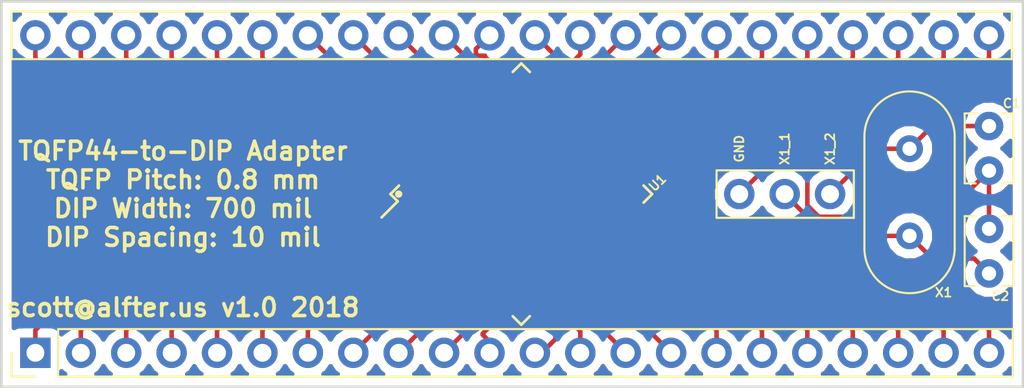
<source format=kicad_pcb>
(kicad_pcb (version 4) (host pcbnew 4.0.7)

  (general
    (links 0)
    (no_connects 0)
    (area 109.671 83.805999 170.109 132.094001)
    (thickness 1.6)
    (drawings 10)
    (tracks 410)
    (zones 0)
    (modules 7)
    (nets 1)
  )

  (page USLetter)
  (layers
    (0 F.Cu signal)
    (31 B.Cu signal)
    (32 B.Adhes user)
    (33 F.Adhes user)
    (34 B.Paste user)
    (35 F.Paste user)
    (36 B.SilkS user)
    (37 F.SilkS user)
    (38 B.Mask user)
    (39 F.Mask user)
    (40 Dwgs.User user)
    (41 Cmts.User user)
    (42 Eco1.User user)
    (43 Eco2.User user)
    (44 Edge.Cuts user)
    (45 Margin user hide)
    (46 B.CrtYd user hide)
    (47 F.CrtYd user hide)
    (48 B.Fab user hide)
    (49 F.Fab user hide)
  )

  (setup
    (last_trace_width 0.254)
    (trace_clearance 0.254)
    (zone_clearance 0.508)
    (zone_45_only no)
    (trace_min 0.2)
    (segment_width 0.2032)
    (edge_width 0.15)
    (via_size 0.635)
    (via_drill 0.381)
    (via_min_size 0.4)
    (via_min_drill 0.3)
    (uvia_size 0.635)
    (uvia_drill 0.381)
    (uvias_allowed no)
    (uvia_min_size 0.2)
    (uvia_min_drill 0.1)
    (pcb_text_width 0.3)
    (pcb_text_size 1.5 1.5)
    (mod_edge_width 0.15)
    (mod_text_size 1 1)
    (mod_text_width 0.15)
    (pad_size 1.7 1.7)
    (pad_drill 1)
    (pad_to_mask_clearance 0.2)
    (aux_axis_origin 139.7 107.95)
    (visible_elements 7FFFFFFF)
    (pcbplotparams
      (layerselection 0x010e0_80000001)
      (usegerberextensions true)
      (excludeedgelayer true)
      (linewidth 0.100000)
      (plotframeref false)
      (viasonmask false)
      (mode 1)
      (useauxorigin false)
      (hpglpennumber 1)
      (hpglpenspeed 20)
      (hpglpendiameter 15)
      (hpglpenoverlay 2)
      (psnegative false)
      (psa4output false)
      (plotreference true)
      (plotvalue true)
      (plotinvisibletext false)
      (padsonsilk false)
      (subtractmaskfromsilk false)
      (outputformat 1)
      (mirror false)
      (drillshape 0)
      (scaleselection 1)
      (outputdirectory ""))
  )

  (net 0 "")

  (net_class Default "This is the default net class."
    (clearance 0.254)
    (trace_width 0.254)
    (via_dia 0.635)
    (via_drill 0.381)
    (uvia_dia 0.635)
    (uvia_drill 0.381)
  )

  (module Housings_QFP:TQFP-44_10x10mm_Pitch0.8mm (layer F.Cu) (tedit 5A7E0CA4) (tstamp 5A7ECB84)
    (at 140.208 107.95 45)
    (descr "44-Lead Plastic Thin Quad Flatpack (PT) - 10x10x1.0 mm Body [TQFP] (see Microchip Packaging Specification 00000049BS.pdf)")
    (tags "QFP 0.8")
    (attr smd)
    (fp_text reference U1 (at 5.837166 4.939141 45) (layer F.SilkS)
      (effects (font (size 0.5 0.5) (thickness 0.1)))
    )
    (fp_text value TQFP-44_10x10mm_Pitch0.8mm (at 0 7.45 45) (layer F.Fab)
      (effects (font (size 1 1) (thickness 0.15)))
    )
    (fp_text user %R (at 0 0 45) (layer F.Fab)
      (effects (font (size 1 1) (thickness 0.15)))
    )
    (fp_line (start -4 -5) (end 5 -5) (layer F.Fab) (width 0.15))
    (fp_line (start 5 -5) (end 5 5) (layer F.Fab) (width 0.15))
    (fp_line (start 5 5) (end -5 5) (layer F.Fab) (width 0.15))
    (fp_line (start -5 5) (end -5 -4) (layer F.Fab) (width 0.15))
    (fp_line (start -5 -4) (end -4 -5) (layer F.Fab) (width 0.15))
    (fp_line (start -6.7 -6.7) (end -6.7 6.7) (layer F.CrtYd) (width 0.05))
    (fp_line (start 6.7 -6.7) (end 6.7 6.7) (layer F.CrtYd) (width 0.05))
    (fp_line (start -6.7 -6.7) (end 6.7 -6.7) (layer F.CrtYd) (width 0.05))
    (fp_line (start -6.7 6.7) (end 6.7 6.7) (layer F.CrtYd) (width 0.05))
    (fp_line (start -5.175 -5.175) (end -5.175 -4.6) (layer F.SilkS) (width 0.15))
    (fp_line (start 5.175 -5.175) (end 5.175 -4.5) (layer F.SilkS) (width 0.15))
    (fp_line (start 5.175 5.175) (end 5.175 4.5) (layer F.SilkS) (width 0.15))
    (fp_line (start -5.175 5.175) (end -5.175 4.5) (layer F.SilkS) (width 0.15))
    (fp_line (start -5.175 -5.175) (end -4.5 -5.175) (layer F.SilkS) (width 0.15))
    (fp_line (start -5.175 5.175) (end -4.5 5.175) (layer F.SilkS) (width 0.15))
    (fp_line (start 5.175 5.175) (end 4.5 5.175) (layer F.SilkS) (width 0.15))
    (fp_line (start 5.175 -5.175) (end 4.5 -5.175) (layer F.SilkS) (width 0.15))
    (fp_line (start -5.175 -4.6) (end -6.45 -4.6) (layer F.SilkS) (width 0.15))
    (pad 1 smd rect (at -5.7 -4 45) (size 1.5 0.55) (layers F.Cu F.Paste F.Mask))
    (pad 2 smd rect (at -5.7 -3.2 45) (size 1.5 0.55) (layers F.Cu F.Paste F.Mask))
    (pad 3 smd rect (at -5.7 -2.4 45) (size 1.5 0.55) (layers F.Cu F.Paste F.Mask))
    (pad 4 smd rect (at -5.7 -1.6 45) (size 1.5 0.55) (layers F.Cu F.Paste F.Mask))
    (pad 5 smd rect (at -5.7 -0.8 45) (size 1.5 0.55) (layers F.Cu F.Paste F.Mask))
    (pad 6 smd rect (at -5.7 0 45) (size 1.5 0.55) (layers F.Cu F.Paste F.Mask))
    (pad 7 smd rect (at -5.7 0.8 45) (size 1.5 0.55) (layers F.Cu F.Paste F.Mask))
    (pad 8 smd rect (at -5.7 1.6 45) (size 1.5 0.55) (layers F.Cu F.Paste F.Mask))
    (pad 9 smd rect (at -5.7 2.4 45) (size 1.5 0.55) (layers F.Cu F.Paste F.Mask))
    (pad 10 smd rect (at -5.7 3.2 45) (size 1.5 0.55) (layers F.Cu F.Paste F.Mask))
    (pad 11 smd rect (at -5.7 4 45) (size 1.5 0.55) (layers F.Cu F.Paste F.Mask))
    (pad 12 smd rect (at -4 5.7 135) (size 1.5 0.55) (layers F.Cu F.Paste F.Mask))
    (pad 13 smd rect (at -3.2 5.7 135) (size 1.5 0.55) (layers F.Cu F.Paste F.Mask))
    (pad 14 smd rect (at -2.4 5.7 135) (size 1.5 0.55) (layers F.Cu F.Paste F.Mask))
    (pad 15 smd rect (at -1.6 5.7 135) (size 1.5 0.55) (layers F.Cu F.Paste F.Mask))
    (pad 16 smd rect (at -0.8 5.7 135) (size 1.5 0.55) (layers F.Cu F.Paste F.Mask))
    (pad 17 smd rect (at 0 5.7 135) (size 1.5 0.55) (layers F.Cu F.Paste F.Mask))
    (pad 18 smd rect (at 0.8 5.7 135) (size 1.5 0.55) (layers F.Cu F.Paste F.Mask))
    (pad 19 smd rect (at 1.6 5.7 135) (size 1.5 0.55) (layers F.Cu F.Paste F.Mask))
    (pad 20 smd rect (at 2.4 5.7 135) (size 1.5 0.55) (layers F.Cu F.Paste F.Mask))
    (pad 21 smd rect (at 3.2 5.7 135) (size 1.5 0.55) (layers F.Cu F.Paste F.Mask))
    (pad 22 smd rect (at 4 5.7 135) (size 1.5 0.55) (layers F.Cu F.Paste F.Mask))
    (pad 23 smd rect (at 5.7 4 45) (size 1.5 0.55) (layers F.Cu F.Paste F.Mask))
    (pad 24 smd rect (at 5.7 3.2 45) (size 1.5 0.55) (layers F.Cu F.Paste F.Mask))
    (pad 25 smd rect (at 5.7 2.4 45) (size 1.5 0.55) (layers F.Cu F.Paste F.Mask))
    (pad 26 smd rect (at 5.7 1.6 45) (size 1.5 0.55) (layers F.Cu F.Paste F.Mask))
    (pad 27 smd rect (at 5.7 0.8 45) (size 1.5 0.55) (layers F.Cu F.Paste F.Mask))
    (pad 28 smd rect (at 5.7 0 45) (size 1.5 0.55) (layers F.Cu F.Paste F.Mask))
    (pad 29 smd rect (at 5.7 -0.8 45) (size 1.5 0.55) (layers F.Cu F.Paste F.Mask))
    (pad 30 smd rect (at 5.7 -1.6 45) (size 1.5 0.55) (layers F.Cu F.Paste F.Mask))
    (pad 31 smd rect (at 5.7 -2.4 45) (size 1.5 0.55) (layers F.Cu F.Paste F.Mask))
    (pad 32 smd rect (at 5.7 -3.2 45) (size 1.5 0.55) (layers F.Cu F.Paste F.Mask))
    (pad 33 smd rect (at 5.7 -4 45) (size 1.5 0.55) (layers F.Cu F.Paste F.Mask))
    (pad 34 smd rect (at 4 -5.7 135) (size 1.5 0.55) (layers F.Cu F.Paste F.Mask))
    (pad 35 smd rect (at 3.2 -5.7 135) (size 1.5 0.55) (layers F.Cu F.Paste F.Mask))
    (pad 36 smd rect (at 2.4 -5.7 135) (size 1.5 0.55) (layers F.Cu F.Paste F.Mask))
    (pad 37 smd rect (at 1.6 -5.7 135) (size 1.5 0.55) (layers F.Cu F.Paste F.Mask))
    (pad 38 smd rect (at 0.8 -5.7 135) (size 1.5 0.55) (layers F.Cu F.Paste F.Mask))
    (pad 39 smd rect (at 0 -5.7 135) (size 1.5 0.55) (layers F.Cu F.Paste F.Mask))
    (pad 40 smd rect (at -0.8 -5.7 135) (size 1.5 0.55) (layers F.Cu F.Paste F.Mask))
    (pad 41 smd rect (at -1.6 -5.7 135) (size 1.5 0.55) (layers F.Cu F.Paste F.Mask))
    (pad 42 smd rect (at -2.4 -5.7 135) (size 1.5 0.55) (layers F.Cu F.Paste F.Mask))
    (pad 43 smd rect (at -3.2 -5.7 135) (size 1.5 0.55) (layers F.Cu F.Paste F.Mask))
    (pad 44 smd rect (at -4 -5.7 135) (size 1.5 0.55) (layers F.Cu F.Paste F.Mask))
    (model ${KISYS3DMOD}/Housings_QFP.3dshapes/TQFP-44_10x10mm_Pitch0.8mm.wrl
      (at (xyz 0 0 0))
      (scale (xyz 1 1 1))
      (rotate (xyz 0 0 0))
    )
  )

  (module Pin_Headers:Pin_Header_Straight_1x03_Pitch2.54mm (layer F.Cu) (tedit 5A7E11DE) (tstamp 5A7EDBD6)
    (at 152.4 107.95 90)
    (descr "Through hole straight pin header, 1x03, 2.54mm pitch, single row")
    (tags "Through hole pin header THT 1x03 2.54mm single row")
    (fp_text reference REF** (at 0 -2.33 90) (layer F.SilkS) hide
      (effects (font (size 1 1) (thickness 0.15)))
    )
    (fp_text value Pin_Header_Straight_1x03_Pitch2.54mm (at 0 7.41 90) (layer F.Fab)
      (effects (font (size 1 1) (thickness 0.15)))
    )
    (fp_line (start -1.27 -1.27) (end 1.27 -1.27) (layer F.Fab) (width 0.1))
    (fp_line (start 1.27 -1.27) (end 1.27 6.35) (layer F.Fab) (width 0.1))
    (fp_line (start 1.27 6.35) (end -1.27 6.35) (layer F.Fab) (width 0.1))
    (fp_line (start -1.27 6.35) (end -1.27 -1.27) (layer F.Fab) (width 0.1))
    (fp_line (start -1.33 6.41) (end 1.33 6.41) (layer F.SilkS) (width 0.12))
    (fp_line (start -1.33 -1.27) (end -1.33 6.41) (layer F.SilkS) (width 0.12))
    (fp_line (start 1.33 -1.27) (end 1.33 6.41) (layer F.SilkS) (width 0.12))
    (fp_line (start -1.33 -1.27) (end 1.33 -1.27) (layer F.SilkS) (width 0.12))
    (fp_line (start -1.8 -1.8) (end -1.8 6.85) (layer F.CrtYd) (width 0.05))
    (fp_line (start -1.8 6.85) (end 1.8 6.85) (layer F.CrtYd) (width 0.05))
    (fp_line (start 1.8 6.85) (end 1.8 -1.8) (layer F.CrtYd) (width 0.05))
    (fp_line (start 1.8 -1.8) (end -1.8 -1.8) (layer F.CrtYd) (width 0.05))
    (fp_text user %R (at 0 2.54 180) (layer F.Fab)
      (effects (font (size 1 1) (thickness 0.15)))
    )
    (pad 1 thru_hole circle (at 0 0 90) (size 1.7 1.7) (drill 1) (layers *.Cu *.Mask))
    (pad 2 thru_hole oval (at 0 2.54 90) (size 1.7 1.7) (drill 1) (layers *.Cu *.Mask))
    (pad 3 thru_hole oval (at 0 5.08 90) (size 1.7 1.7) (drill 1) (layers *.Cu *.Mask))
    (model ${KISYS3DMOD}/Pin_Headers.3dshapes/Pin_Header_Straight_1x03_Pitch2.54mm.wrl
      (at (xyz 0 0 0))
      (scale (xyz 1 1 1))
      (rotate (xyz 0 0 0))
    )
  )

  (module Capacitors_THT:C_Disc_D3.8mm_W2.6mm_P2.50mm (layer F.Cu) (tedit 5A7E107C) (tstamp 5A7EDA64)
    (at 166.37 112.395 90)
    (descr "C, Disc series, Radial, pin pitch=2.50mm, , diameter*width=3.8*2.6mm^2, Capacitor, http://www.vishay.com/docs/45233/krseries.pdf")
    (tags "C Disc series Radial pin pitch 2.50mm  diameter 3.8mm width 2.6mm Capacitor")
    (fp_text reference C2 (at -1.27 0.635 180) (layer F.SilkS)
      (effects (font (size 0.5 0.5) (thickness 0.1)))
    )
    (fp_text value C_Disc_D3.8mm_W2.6mm_P2.50mm (at 1.25 2.61 90) (layer F.Fab)
      (effects (font (size 1 1) (thickness 0.15)))
    )
    (fp_line (start -0.65 -1.3) (end -0.65 1.3) (layer F.Fab) (width 0.1))
    (fp_line (start -0.65 1.3) (end 3.15 1.3) (layer F.Fab) (width 0.1))
    (fp_line (start 3.15 1.3) (end 3.15 -1.3) (layer F.Fab) (width 0.1))
    (fp_line (start 3.15 -1.3) (end -0.65 -1.3) (layer F.Fab) (width 0.1))
    (fp_line (start -0.71 -1.36) (end 3.21 -1.36) (layer F.SilkS) (width 0.12))
    (fp_line (start -0.71 1.36) (end 3.21 1.36) (layer F.SilkS) (width 0.12))
    (fp_line (start -0.71 -1.36) (end -0.71 -0.75) (layer F.SilkS) (width 0.12))
    (fp_line (start -0.71 0.75) (end -0.71 1.36) (layer F.SilkS) (width 0.12))
    (fp_line (start 3.21 -1.36) (end 3.21 -0.75) (layer F.SilkS) (width 0.12))
    (fp_line (start 3.21 0.75) (end 3.21 1.36) (layer F.SilkS) (width 0.12))
    (fp_line (start -1.05 -1.65) (end -1.05 1.65) (layer F.CrtYd) (width 0.05))
    (fp_line (start -1.05 1.65) (end 3.55 1.65) (layer F.CrtYd) (width 0.05))
    (fp_line (start 3.55 1.65) (end 3.55 -1.65) (layer F.CrtYd) (width 0.05))
    (fp_line (start 3.55 -1.65) (end -1.05 -1.65) (layer F.CrtYd) (width 0.05))
    (fp_text user %R (at 1.25 0 90) (layer F.Fab)
      (effects (font (size 1 1) (thickness 0.15)))
    )
    (pad 1 thru_hole circle (at 0 0 90) (size 1.6 1.6) (drill 0.8) (layers *.Cu *.Mask))
    (pad 2 thru_hole circle (at 2.5 0 90) (size 1.6 1.6) (drill 0.8) (layers *.Cu *.Mask))
    (model ${KISYS3DMOD}/Capacitors_THT.3dshapes/C_Disc_D3.8mm_W2.6mm_P2.50mm.wrl
      (at (xyz 0 0 0))
      (scale (xyz 1 1 1))
      (rotate (xyz 0 0 0))
    )
  )

  (module Pin_Headers:Pin_Header_Straight_1x22_Pitch2.54mm (layer F.Cu) (tedit 5A7E0C59) (tstamp 5A7ECE1B)
    (at 166.37 99.06 270)
    (descr "Through hole straight pin header, 1x22, 2.54mm pitch, single row")
    (tags "Through hole pin header THT 1x22 2.54mm single row")
    (fp_text reference REF** (at 0 -2.33 270) (layer F.SilkS) hide
      (effects (font (size 1 1) (thickness 0.15)))
    )
    (fp_text value Pin_Header_Straight_1x22_Pitch2.54mm (at 0 55.67 270) (layer F.Fab)
      (effects (font (size 1 1) (thickness 0.15)))
    )
    (fp_line (start -1.27 -1.27) (end 1.27 -1.27) (layer F.Fab) (width 0.1))
    (fp_line (start 1.27 -1.27) (end 1.27 54.61) (layer F.Fab) (width 0.1))
    (fp_line (start 1.27 54.61) (end -1.27 54.61) (layer F.Fab) (width 0.1))
    (fp_line (start -1.27 54.61) (end -1.27 -1.27) (layer F.Fab) (width 0.1))
    (fp_line (start -1.33 54.67) (end 1.33 54.67) (layer F.SilkS) (width 0.12))
    (fp_line (start -1.33 1.27) (end -1.33 54.67) (layer F.SilkS) (width 0.12))
    (fp_line (start 1.33 1.27) (end 1.33 54.67) (layer F.SilkS) (width 0.12))
    (fp_line (start 1.33 1.39) (end 1.33 -1.27) (layer F.SilkS) (width 0.12))
    (fp_line (start -1.8 -1.8) (end -1.8 55.15) (layer F.CrtYd) (width 0.05))
    (fp_line (start -1.8 55.15) (end 1.8 55.15) (layer F.CrtYd) (width 0.05))
    (fp_line (start 1.8 55.15) (end 1.8 -1.8) (layer F.CrtYd) (width 0.05))
    (fp_line (start 1.8 -1.8) (end -1.8 -1.8) (layer F.CrtYd) (width 0.05))
    (fp_text user %R (at 0 26.67 360) (layer F.Fab)
      (effects (font (size 1 1) (thickness 0.15)))
    )
    (fp_line (start -1.33 1.39) (end -1.33 -1.27) (layer F.SilkS) (width 0.12))
    (fp_line (start 1.33 -1.27) (end -1.33 -1.27) (layer F.SilkS) (width 0.12))
    (pad 23 thru_hole circle (at 0 0 270) (size 1.7 1.7) (drill 1) (layers *.Cu *.Mask))
    (pad 24 thru_hole oval (at 0 2.54 270) (size 1.7 1.7) (drill 1) (layers *.Cu *.Mask))
    (pad 25 thru_hole oval (at 0 5.08 270) (size 1.7 1.7) (drill 1) (layers *.Cu *.Mask))
    (pad 26 thru_hole oval (at 0 7.62 270) (size 1.7 1.7) (drill 1) (layers *.Cu *.Mask))
    (pad 27 thru_hole oval (at 0 10.16 270) (size 1.7 1.7) (drill 1) (layers *.Cu *.Mask))
    (pad 28 thru_hole oval (at 0 12.7 270) (size 1.7 1.7) (drill 1) (layers *.Cu *.Mask))
    (pad 29 thru_hole oval (at 0 15.24 270) (size 1.7 1.7) (drill 1) (layers *.Cu *.Mask))
    (pad 30 thru_hole oval (at 0 17.78 270) (size 1.7 1.7) (drill 1) (layers *.Cu *.Mask))
    (pad 31 thru_hole oval (at 0 20.32 270) (size 1.7 1.7) (drill 1) (layers *.Cu *.Mask))
    (pad 32 thru_hole oval (at 0 22.86 270) (size 1.7 1.7) (drill 1) (layers *.Cu *.Mask))
    (pad 33 thru_hole oval (at 0 25.4 270) (size 1.7 1.7) (drill 1) (layers *.Cu *.Mask))
    (pad 34 thru_hole oval (at 0 27.94 270) (size 1.7 1.7) (drill 1) (layers *.Cu *.Mask))
    (pad 35 thru_hole oval (at 0 30.48 270) (size 1.7 1.7) (drill 1) (layers *.Cu *.Mask))
    (pad 36 thru_hole oval (at 0 33.02 270) (size 1.7 1.7) (drill 1) (layers *.Cu *.Mask))
    (pad 37 thru_hole oval (at 0 35.56 270) (size 1.7 1.7) (drill 1) (layers *.Cu *.Mask))
    (pad 38 thru_hole oval (at 0 38.1 270) (size 1.7 1.7) (drill 1) (layers *.Cu *.Mask))
    (pad 39 thru_hole oval (at 0 40.64 270) (size 1.7 1.7) (drill 1) (layers *.Cu *.Mask))
    (pad 40 thru_hole oval (at 0 43.18 270) (size 1.7 1.7) (drill 1) (layers *.Cu *.Mask))
    (pad 41 thru_hole oval (at 0 45.72 270) (size 1.7 1.7) (drill 1) (layers *.Cu *.Mask))
    (pad 42 thru_hole oval (at 0 48.26 270) (size 1.7 1.7) (drill 1) (layers *.Cu *.Mask))
    (pad 43 thru_hole oval (at 0 50.8 270) (size 1.7 1.7) (drill 1) (layers *.Cu *.Mask))
    (pad 44 thru_hole oval (at 0 53.34 270) (size 1.7 1.7) (drill 1) (layers *.Cu *.Mask))
    (model ${KISYS3DMOD}/Pin_Headers.3dshapes/Pin_Header_Straight_1x22_Pitch2.54mm.wrl
      (at (xyz 0 0 0))
      (scale (xyz 1 1 1))
      (rotate (xyz 0 0 0))
    )
  )

  (module Pin_Headers:Pin_Header_Straight_1x22_Pitch2.54mm (layer F.Cu) (tedit 5A7E0CC2) (tstamp 5A7ECD61)
    (at 113.03 116.84 90)
    (descr "Through hole straight pin header, 1x22, 2.54mm pitch, single row")
    (tags "Through hole pin header THT 1x22 2.54mm single row")
    (fp_text reference REF** (at 0 -2.33 90) (layer F.SilkS) hide
      (effects (font (size 1 1) (thickness 0.15)))
    )
    (fp_text value Pin_Header_Straight_1x22_Pitch2.54mm (at 0 55.67 90) (layer F.Fab)
      (effects (font (size 1 1) (thickness 0.15)))
    )
    (fp_line (start -0.635 -1.27) (end 1.27 -1.27) (layer F.Fab) (width 0.1))
    (fp_line (start 1.27 -1.27) (end 1.27 54.61) (layer F.Fab) (width 0.1))
    (fp_line (start 1.27 54.61) (end -1.27 54.61) (layer F.Fab) (width 0.1))
    (fp_line (start -1.27 54.61) (end -1.27 -0.635) (layer F.Fab) (width 0.1))
    (fp_line (start -1.27 -0.635) (end -0.635 -1.27) (layer F.Fab) (width 0.1))
    (fp_line (start -1.33 54.67) (end 1.33 54.67) (layer F.SilkS) (width 0.12))
    (fp_line (start -1.33 1.27) (end -1.33 54.67) (layer F.SilkS) (width 0.12))
    (fp_line (start 1.33 1.27) (end 1.33 54.67) (layer F.SilkS) (width 0.12))
    (fp_line (start -1.33 1.27) (end 1.33 1.27) (layer F.SilkS) (width 0.12))
    (fp_line (start -1.33 0) (end -1.33 -1.33) (layer F.SilkS) (width 0.12))
    (fp_line (start -1.33 -1.33) (end 0 -1.33) (layer F.SilkS) (width 0.12))
    (fp_line (start -1.8 -1.8) (end -1.8 55.15) (layer F.CrtYd) (width 0.05))
    (fp_line (start -1.8 55.15) (end 1.8 55.15) (layer F.CrtYd) (width 0.05))
    (fp_line (start 1.8 55.15) (end 1.8 -1.8) (layer F.CrtYd) (width 0.05))
    (fp_line (start 1.8 -1.8) (end -1.8 -1.8) (layer F.CrtYd) (width 0.05))
    (fp_text user %R (at 0 26.67 180) (layer F.Fab)
      (effects (font (size 1 1) (thickness 0.15)))
    )
    (pad 1 thru_hole rect (at 0 0 90) (size 1.7 1.7) (drill 1) (layers *.Cu *.Mask))
    (pad 2 thru_hole oval (at 0 2.54 90) (size 1.7 1.7) (drill 1) (layers *.Cu *.Mask))
    (pad 3 thru_hole oval (at 0 5.08 90) (size 1.7 1.7) (drill 1) (layers *.Cu *.Mask))
    (pad 4 thru_hole oval (at 0 7.62 90) (size 1.7 1.7) (drill 1) (layers *.Cu *.Mask))
    (pad 5 thru_hole oval (at 0 10.16 90) (size 1.7 1.7) (drill 1) (layers *.Cu *.Mask))
    (pad 6 thru_hole oval (at 0 12.7 90) (size 1.7 1.7) (drill 1) (layers *.Cu *.Mask))
    (pad 7 thru_hole oval (at 0 15.24 90) (size 1.7 1.7) (drill 1) (layers *.Cu *.Mask))
    (pad 8 thru_hole oval (at 0 17.78 90) (size 1.7 1.7) (drill 1) (layers *.Cu *.Mask))
    (pad 9 thru_hole oval (at 0 20.32 90) (size 1.7 1.7) (drill 1) (layers *.Cu *.Mask))
    (pad 10 thru_hole oval (at 0 22.86 90) (size 1.7 1.7) (drill 1) (layers *.Cu *.Mask))
    (pad 11 thru_hole oval (at 0 25.4 90) (size 1.7 1.7) (drill 1) (layers *.Cu *.Mask))
    (pad 12 thru_hole oval (at 0 27.94 90) (size 1.7 1.7) (drill 1) (layers *.Cu *.Mask))
    (pad 13 thru_hole oval (at 0 30.48 90) (size 1.7 1.7) (drill 1) (layers *.Cu *.Mask))
    (pad 14 thru_hole oval (at 0 33.02 90) (size 1.7 1.7) (drill 1) (layers *.Cu *.Mask))
    (pad 15 thru_hole oval (at 0 35.56 90) (size 1.7 1.7) (drill 1) (layers *.Cu *.Mask))
    (pad 16 thru_hole oval (at 0 38.1 90) (size 1.7 1.7) (drill 1) (layers *.Cu *.Mask))
    (pad 17 thru_hole oval (at 0 40.64 90) (size 1.7 1.7) (drill 1) (layers *.Cu *.Mask))
    (pad 18 thru_hole oval (at 0 43.18 90) (size 1.7 1.7) (drill 1) (layers *.Cu *.Mask))
    (pad 19 thru_hole oval (at 0 45.72 90) (size 1.7 1.7) (drill 1) (layers *.Cu *.Mask))
    (pad 20 thru_hole oval (at 0 48.26 90) (size 1.7 1.7) (drill 1) (layers *.Cu *.Mask))
    (pad 21 thru_hole oval (at 0 50.8 90) (size 1.7 1.7) (drill 1) (layers *.Cu *.Mask))
    (pad 22 thru_hole oval (at 0 53.34 90) (size 1.7 1.7) (drill 1) (layers *.Cu *.Mask))
    (model ${KISYS3DMOD}/Pin_Headers.3dshapes/Pin_Header_Straight_1x22_Pitch2.54mm.wrl
      (at (xyz 0 0 0))
      (scale (xyz 1 1 1))
      (rotate (xyz 0 0 0))
    )
  )

  (module Crystals:Crystal_HC49-U_Vertical (layer F.Cu) (tedit 5A7E0CAF) (tstamp 5A7ED2EC)
    (at 161.925 110.29 90)
    (descr "Crystal THT HC-49/U http://5hertz.com/pdfs/04404_D.pdf")
    (tags "THT crystalHC-49/U")
    (fp_text reference X1 (at -3.175 1.905 180) (layer F.SilkS)
      (effects (font (size 0.5 0.5) (thickness 0.1)))
    )
    (fp_text value Crystal_HC49-U_Vertical (at 2.44 3.525 90) (layer F.Fab)
      (effects (font (size 1 1) (thickness 0.15)))
    )
    (fp_text user %R (at 2.44 0 90) (layer F.Fab)
      (effects (font (size 1 1) (thickness 0.15)))
    )
    (fp_line (start -0.685 -2.325) (end 5.565 -2.325) (layer F.Fab) (width 0.1))
    (fp_line (start -0.685 2.325) (end 5.565 2.325) (layer F.Fab) (width 0.1))
    (fp_line (start -0.56 -2) (end 5.44 -2) (layer F.Fab) (width 0.1))
    (fp_line (start -0.56 2) (end 5.44 2) (layer F.Fab) (width 0.1))
    (fp_line (start -0.685 -2.525) (end 5.565 -2.525) (layer F.SilkS) (width 0.12))
    (fp_line (start -0.685 2.525) (end 5.565 2.525) (layer F.SilkS) (width 0.12))
    (fp_line (start -3.5 -2.8) (end -3.5 2.8) (layer F.CrtYd) (width 0.05))
    (fp_line (start -3.5 2.8) (end 8.4 2.8) (layer F.CrtYd) (width 0.05))
    (fp_line (start 8.4 2.8) (end 8.4 -2.8) (layer F.CrtYd) (width 0.05))
    (fp_line (start 8.4 -2.8) (end -3.5 -2.8) (layer F.CrtYd) (width 0.05))
    (fp_arc (start -0.685 0) (end -0.685 -2.325) (angle -180) (layer F.Fab) (width 0.1))
    (fp_arc (start 5.565 0) (end 5.565 -2.325) (angle 180) (layer F.Fab) (width 0.1))
    (fp_arc (start -0.56 0) (end -0.56 -2) (angle -180) (layer F.Fab) (width 0.1))
    (fp_arc (start 5.44 0) (end 5.44 -2) (angle 180) (layer F.Fab) (width 0.1))
    (fp_arc (start -0.685 0) (end -0.685 -2.525) (angle -180) (layer F.SilkS) (width 0.12))
    (fp_arc (start 5.565 0) (end 5.565 -2.525) (angle 180) (layer F.SilkS) (width 0.12))
    (pad 1 thru_hole circle (at 0 0 90) (size 1.5 1.5) (drill 0.8) (layers *.Cu *.Mask))
    (pad 2 thru_hole circle (at 4.88 0 90) (size 1.5 1.5) (drill 0.8) (layers *.Cu *.Mask))
    (model ${KISYS3DMOD}/Crystals.3dshapes/Crystal_HC49-U_Vertical.wrl
      (at (xyz 0 0 0))
      (scale (xyz 0.393701 0.393701 0.393701))
      (rotate (xyz 0 0 0))
    )
  )

  (module Capacitors_THT:C_Disc_D3.8mm_W2.6mm_P2.50mm (layer F.Cu) (tedit 5A7E105D) (tstamp 5A7ED9B6)
    (at 166.37 104.14 270)
    (descr "C, Disc series, Radial, pin pitch=2.50mm, , diameter*width=3.8*2.6mm^2, Capacitor, http://www.vishay.com/docs/45233/krseries.pdf")
    (tags "C Disc series Radial pin pitch 2.50mm  diameter 3.8mm width 2.6mm Capacitor")
    (fp_text reference C1 (at -1.27 -1.27 360) (layer F.SilkS)
      (effects (font (size 0.5 0.5) (thickness 0.1)))
    )
    (fp_text value C_Disc_D3.8mm_W2.6mm_P2.50mm (at 1.25 2.61 270) (layer F.Fab)
      (effects (font (size 1 1) (thickness 0.15)))
    )
    (fp_line (start -0.65 -1.3) (end -0.65 1.3) (layer F.Fab) (width 0.1))
    (fp_line (start -0.65 1.3) (end 3.15 1.3) (layer F.Fab) (width 0.1))
    (fp_line (start 3.15 1.3) (end 3.15 -1.3) (layer F.Fab) (width 0.1))
    (fp_line (start 3.15 -1.3) (end -0.65 -1.3) (layer F.Fab) (width 0.1))
    (fp_line (start -0.71 -1.36) (end 3.21 -1.36) (layer F.SilkS) (width 0.12))
    (fp_line (start -0.71 1.36) (end 3.21 1.36) (layer F.SilkS) (width 0.12))
    (fp_line (start -0.71 -1.36) (end -0.71 -0.75) (layer F.SilkS) (width 0.12))
    (fp_line (start -0.71 0.75) (end -0.71 1.36) (layer F.SilkS) (width 0.12))
    (fp_line (start 3.21 -1.36) (end 3.21 -0.75) (layer F.SilkS) (width 0.12))
    (fp_line (start 3.21 0.75) (end 3.21 1.36) (layer F.SilkS) (width 0.12))
    (fp_line (start -1.05 -1.65) (end -1.05 1.65) (layer F.CrtYd) (width 0.05))
    (fp_line (start -1.05 1.65) (end 3.55 1.65) (layer F.CrtYd) (width 0.05))
    (fp_line (start 3.55 1.65) (end 3.55 -1.65) (layer F.CrtYd) (width 0.05))
    (fp_line (start 3.55 -1.65) (end -1.05 -1.65) (layer F.CrtYd) (width 0.05))
    (fp_text user %R (at 1.25 0 270) (layer F.Fab)
      (effects (font (size 1 1) (thickness 0.15)))
    )
    (pad 1 thru_hole circle (at 0 0 270) (size 1.6 1.6) (drill 0.8) (layers *.Cu *.Mask))
    (pad 2 thru_hole circle (at 2.5 0 270) (size 1.6 1.6) (drill 0.8) (layers *.Cu *.Mask))
    (model ${KISYS3DMOD}/Capacitors_THT.3dshapes/C_Disc_D3.8mm_W2.6mm_P2.50mm.wrl
      (at (xyz 0 0 0))
      (scale (xyz 1 1 1))
      (rotate (xyz 0 0 0))
    )
  )

  (gr_text "scott@alfter.us v1.0 2018" (at 121.285 114.3) (layer F.SilkS)
    (effects (font (size 1 1) (thickness 0.2)))
  )
  (gr_text "TQFP44-to-DIP Adapter\nTQFP Pitch: 0.8 mm\nDIP Width: 700 mil\nDIP Spacing: 10 mil" (at 121.285 107.95) (layer F.SilkS)
    (effects (font (size 1 1) (thickness 0.2)))
  )
  (gr_text X1_2 (at 157.48 105.41 90) (layer F.SilkS) (tstamp 5A7EDD11)
    (effects (font (size 0.5 0.5) (thickness 0.1)))
  )
  (gr_text X1_1 (at 154.94 105.41 90) (layer F.SilkS) (tstamp 5A7EDD10)
    (effects (font (size 0.5 0.5) (thickness 0.1)))
  )
  (gr_text GND (at 152.4 105.41 90) (layer F.SilkS)
    (effects (font (size 0.5 0.5) (thickness 0.1)))
  )
  (gr_circle (center 133.35 107.95) (end 133.4516 107.95) (layer F.SilkS) (width 0.2032))
  (gr_line (start 111.125 118.745) (end 111.125 97.155) (layer Edge.Cuts) (width 0.15))
  (gr_line (start 168.275 118.745) (end 111.125 118.745) (layer Edge.Cuts) (width 0.15))
  (gr_line (start 168.275 97.155) (end 168.275 118.745) (layer Edge.Cuts) (width 0.15))
  (gr_line (start 111.125 97.155) (end 168.275 97.155) (layer Edge.Cuts) (width 0.15))

  (segment (start 113.03 116.84) (end 113.03 115.57) (width 0.254) (layer F.Cu) (net 0))
  (segment (start 121.285 113.03) (end 122.555 113.03) (width 0.254) (layer F.Cu) (net 0))
  (segment (start 113.03 115.57) (end 113.665 114.935) (width 0.254) (layer F.Cu) (net 0))
  (segment (start 113.665 114.935) (end 115.57 114.935) (width 0.254) (layer F.Cu) (net 0))
  (segment (start 132.011146 110.49) (end 133.349064 109.152082) (width 0.254) (layer F.Cu) (net 0))
  (segment (start 123.19 112.395) (end 125.095 112.395) (width 0.254) (layer F.Cu) (net 0))
  (segment (start 115.57 114.935) (end 116.205 114.3) (width 0.254) (layer F.Cu) (net 0))
  (segment (start 127.635 111.125) (end 131.191 111.125) (width 0.254) (layer F.Cu) (net 0))
  (segment (start 118.11 114.3) (end 118.745 113.665) (width 0.254) (layer F.Cu) (net 0))
  (segment (start 116.205 114.3) (end 118.11 114.3) (width 0.254) (layer F.Cu) (net 0))
  (segment (start 118.745 113.665) (end 120.65 113.665) (width 0.254) (layer F.Cu) (net 0))
  (segment (start 120.65 113.665) (end 121.285 113.03) (width 0.254) (layer F.Cu) (net 0))
  (segment (start 122.555 113.03) (end 123.19 112.395) (width 0.254) (layer F.Cu) (net 0))
  (segment (start 125.095 112.395) (end 125.73 111.76) (width 0.254) (layer F.Cu) (net 0))
  (segment (start 125.73 111.76) (end 127 111.76) (width 0.254) (layer F.Cu) (net 0))
  (segment (start 131.191 111.125) (end 131.826 110.49) (width 0.254) (layer F.Cu) (net 0))
  (segment (start 127 111.76) (end 127.635 111.125) (width 0.254) (layer F.Cu) (net 0))
  (segment (start 131.826 110.49) (end 132.011146 110.49) (width 0.254) (layer F.Cu) (net 0))
  (segment (start 131.953 111.125) (end 132.507517 111.125) (width 0.254) (layer F.Cu) (net 0))
  (segment (start 132.507517 111.125) (end 133.91475 109.717767) (width 0.254) (layer F.Cu) (net 0))
  (segment (start 131.445 111.633) (end 131.953 111.125) (width 0.254) (layer F.Cu) (net 0))
  (segment (start 131.445 111.679517) (end 131.445 111.633) (width 0.254) (layer F.Cu) (net 0))
  (segment (start 118.11 116.84) (end 118.11 115.57) (width 0.254) (layer F.Cu) (net 0))
  (segment (start 118.11 115.57) (end 118.745 114.935) (width 0.254) (layer F.Cu) (net 0))
  (segment (start 125.73 113.03) (end 127 113.03) (width 0.254) (layer F.Cu) (net 0))
  (segment (start 118.745 114.935) (end 120.65 114.935) (width 0.254) (layer F.Cu) (net 0))
  (segment (start 120.65 114.935) (end 121.285 114.3) (width 0.254) (layer F.Cu) (net 0))
  (segment (start 133.003887 111.76) (end 134.480435 110.283452) (width 0.254) (layer F.Cu) (net 0))
  (segment (start 121.285 114.3) (end 122.555 114.3) (width 0.254) (layer F.Cu) (net 0))
  (segment (start 122.555 114.3) (end 123.19 113.665) (width 0.254) (layer F.Cu) (net 0))
  (segment (start 123.19 113.665) (end 125.095 113.665) (width 0.254) (layer F.Cu) (net 0))
  (segment (start 125.095 113.665) (end 125.73 113.03) (width 0.254) (layer F.Cu) (net 0))
  (segment (start 127 113.03) (end 127.635 112.395) (width 0.254) (layer F.Cu) (net 0))
  (segment (start 127.635 112.395) (end 131.445 112.395) (width 0.254) (layer F.Cu) (net 0))
  (segment (start 131.445 112.395) (end 132.08 111.76) (width 0.254) (layer F.Cu) (net 0))
  (segment (start 132.08 111.76) (end 133.003887 111.76) (width 0.254) (layer F.Cu) (net 0))
  (segment (start 132.08 112.395) (end 133.500258 112.395) (width 0.254) (layer F.Cu) (net 0))
  (segment (start 133.500258 112.395) (end 135.04612 110.849138) (width 0.254) (layer F.Cu) (net 0))
  (segment (start 132.08 113.03) (end 133.996629 113.03) (width 0.254) (layer F.Cu) (net 0))
  (segment (start 133.996629 113.03) (end 135.611806 111.414823) (width 0.254) (layer F.Cu) (net 0))
  (segment (start 134.62 113.284) (end 134.874 113.284) (width 0.254) (layer F.Cu) (net 0))
  (segment (start 134.874 113.284) (end 136.177491 111.980509) (width 0.254) (layer F.Cu) (net 0))
  (segment (start 134.239 113.665) (end 134.62 113.284) (width 0.254) (layer F.Cu) (net 0))
  (segment (start 132.08 113.665) (end 134.239 113.665) (width 0.254) (layer F.Cu) (net 0))
  (segment (start 134.747 113.792) (end 135.497371 113.792) (width 0.254) (layer F.Cu) (net 0))
  (segment (start 135.497371 113.792) (end 136.743177 112.546194) (width 0.254) (layer F.Cu) (net 0))
  (segment (start 134.377629 114.161371) (end 134.747 113.792) (width 0.254) (layer F.Cu) (net 0))
  (segment (start 132.218629 114.161371) (end 134.377629 114.161371) (width 0.254) (layer F.Cu) (net 0))
  (segment (start 132.218629 114.161371) (end 131.445 114.935) (width 0.254) (layer F.Cu) (net 0))
  (segment (start 131.445 114.935) (end 128.905 114.935) (width 0.254) (layer F.Cu) (net 0))
  (segment (start 128.905 114.935) (end 128.27 115.57) (width 0.254) (layer F.Cu) (net 0))
  (segment (start 128.27 115.57) (end 128.27 116.84) (width 0.254) (layer F.Cu) (net 0))
  (segment (start 135.128 114.427) (end 135.993742 114.427) (width 0.254) (layer F.Cu) (net 0))
  (segment (start 135.993742 114.427) (end 137.308862 113.11188) (width 0.254) (layer F.Cu) (net 0))
  (segment (start 134.62 114.935) (end 135.128 114.427) (width 0.254) (layer F.Cu) (net 0))
  (segment (start 133.35 116.84) (end 135.255 114.935) (width 0.254) (layer F.Cu) (net 0))
  (segment (start 135.255 114.935) (end 136.617113 114.935) (width 0.254) (layer F.Cu) (net 0))
  (segment (start 136.617113 114.935) (end 137.874548 113.677565) (width 0.254) (layer F.Cu) (net 0))
  (segment (start 137.240483 115.489517) (end 137.240483 115.443) (width 0.254) (layer F.Cu) (net 0))
  (segment (start 137.240483 115.443) (end 138.440233 114.24325) (width 0.254) (layer F.Cu) (net 0))
  (segment (start 138.049 115.824) (end 138.049 115.765854) (width 0.254) (layer F.Cu) (net 0))
  (segment (start 138.049 115.765854) (end 139.005918 114.808936) (width 0.254) (layer F.Cu) (net 0))
  (segment (start 138.43 116.205) (end 138.049 115.824) (width 0.254) (layer F.Cu) (net 0))
  (segment (start 138.43 116.84) (end 138.43 116.205) (width 0.254) (layer F.Cu) (net 0))
  (segment (start 151.765 111.125) (end 149.039854 111.125) (width 0.254) (layer F.Cu) (net 0))
  (segment (start 149.039854 111.125) (end 147.066936 109.152082) (width 0.254) (layer F.Cu) (net 0))
  (segment (start 151.684517 111.679517) (end 148.463 111.679517) (width 0.254) (layer F.Cu) (net 0))
  (segment (start 148.463 111.679517) (end 146.50125 109.717767) (width 0.254) (layer F.Cu) (net 0))
  (segment (start 147.100887 111.540887) (end 147.100887 111.448774) (width 0.254) (layer F.Cu) (net 0))
  (segment (start 147.100887 111.448774) (end 145.935565 110.283452) (width 0.254) (layer F.Cu) (net 0))
  (segment (start 147.22416 112.29916) (end 146.819902 112.29916) (width 0.254) (layer F.Cu) (net 0))
  (segment (start 146.819902 112.29916) (end 145.36988 110.849138) (width 0.254) (layer F.Cu) (net 0))
  (segment (start 147.32 113.03) (end 146.419371 113.03) (width 0.254) (layer F.Cu) (net 0))
  (segment (start 146.419371 113.03) (end 144.804194 111.414823) (width 0.254) (layer F.Cu) (net 0))
  (segment (start 147.32 113.665) (end 145.923 113.665) (width 0.254) (layer F.Cu) (net 0))
  (segment (start 145.923 113.665) (end 144.238509 111.980509) (width 0.254) (layer F.Cu) (net 0))
  (segment (start 147.181371 114.161371) (end 145.288 114.161371) (width 0.254) (layer F.Cu) (net 0))
  (segment (start 145.288 114.161371) (end 143.672823 112.546194) (width 0.254) (layer F.Cu) (net 0))
  (segment (start 146.685 114.935) (end 144.930258 114.935) (width 0.254) (layer F.Cu) (net 0))
  (segment (start 144.930258 114.935) (end 143.107138 113.11188) (width 0.254) (layer F.Cu) (net 0))
  (segment (start 144.145 114.935) (end 143.798887 114.935) (width 0.254) (layer F.Cu) (net 0))
  (segment (start 143.798887 114.935) (end 142.541452 113.677565) (width 0.254) (layer F.Cu) (net 0))
  (segment (start 142.934081 115.062) (end 142.794517 115.062) (width 0.254) (layer F.Cu) (net 0))
  (segment (start 142.794517 115.062) (end 141.975767 114.24325) (width 0.254) (layer F.Cu) (net 0))
  (segment (start 143.51 116.84) (end 143.51 115.637919) (width 0.254) (layer F.Cu) (net 0))
  (segment (start 143.51 115.637919) (end 142.934081 115.062) (width 0.254) (layer F.Cu) (net 0))
  (segment (start 140.97 116.84) (end 141.351 116.84) (width 0.254) (layer F.Cu) (net 0))
  (segment (start 141.351 116.84) (end 142.113 116.078) (width 0.254) (layer F.Cu) (net 0))
  (segment (start 142.113 116.078) (end 142.113 115.511854) (width 0.254) (layer F.Cu) (net 0))
  (segment (start 142.113 115.511854) (end 141.410082 114.808936) (width 0.254) (layer F.Cu) (net 0))
  (segment (start 151.13 104.775) (end 149.039854 104.775) (width 0.254) (layer F.Cu) (net 0))
  (segment (start 149.039854 104.775) (end 147.066936 106.747918) (width 0.254) (layer F.Cu) (net 0))
  (segment (start 151.13 104.14) (end 148.543483 104.14) (width 0.254) (layer F.Cu) (net 0))
  (segment (start 148.543483 104.14) (end 146.50125 106.182233) (width 0.254) (layer F.Cu) (net 0))
  (segment (start 151.13 103.505) (end 148.047113 103.505) (width 0.254) (layer F.Cu) (net 0))
  (segment (start 148.047113 103.505) (end 145.935565 105.616548) (width 0.254) (layer F.Cu) (net 0))
  (segment (start 147.32 103.505) (end 146.915742 103.505) (width 0.254) (layer F.Cu) (net 0))
  (segment (start 146.915742 103.505) (end 145.36988 105.050862) (width 0.254) (layer F.Cu) (net 0))
  (segment (start 147.955 102.87) (end 147.32 103.505) (width 0.254) (layer F.Cu) (net 0))
  (segment (start 147.955 102.87) (end 151.13 102.87) (width 0.254) (layer F.Cu) (net 0))
  (segment (start 151.13 102.87) (end 151.765 102.235) (width 0.254) (layer F.Cu) (net 0))
  (segment (start 151.765 102.235) (end 153.67 102.235) (width 0.254) (layer F.Cu) (net 0))
  (segment (start 154.305 101.6) (end 155.575 101.6) (width 0.254) (layer F.Cu) (net 0))
  (segment (start 153.67 102.235) (end 154.305 101.6) (width 0.254) (layer F.Cu) (net 0))
  (segment (start 155.575 101.6) (end 156.21 100.965) (width 0.254) (layer F.Cu) (net 0))
  (segment (start 156.21 100.965) (end 158.115 100.965) (width 0.254) (layer F.Cu) (net 0))
  (segment (start 158.115 100.965) (end 158.75 100.33) (width 0.254) (layer F.Cu) (net 0))
  (segment (start 158.75 100.33) (end 158.75 99.06) (width 0.254) (layer F.Cu) (net 0))
  (segment (start 156.21 99.06) (end 156.21 100.33) (width 0.254) (layer F.Cu) (net 0))
  (segment (start 156.21 100.33) (end 155.575 100.965) (width 0.254) (layer F.Cu) (net 0))
  (segment (start 155.575 100.965) (end 154.305 100.965) (width 0.254) (layer F.Cu) (net 0))
  (segment (start 154.305 100.965) (end 153.67 101.6) (width 0.254) (layer F.Cu) (net 0))
  (segment (start 147.955 102.235) (end 147.447 102.743) (width 0.254) (layer F.Cu) (net 0))
  (segment (start 153.67 101.6) (end 151.765 101.6) (width 0.254) (layer F.Cu) (net 0))
  (segment (start 151.765 101.6) (end 151.13 102.235) (width 0.254) (layer F.Cu) (net 0))
  (segment (start 151.13 102.235) (end 147.955 102.235) (width 0.254) (layer F.Cu) (net 0))
  (segment (start 147.447 102.743) (end 146.546371 102.743) (width 0.254) (layer F.Cu) (net 0))
  (segment (start 146.546371 102.743) (end 144.804194 104.485177) (width 0.254) (layer F.Cu) (net 0))
  (segment (start 147.32 102.235) (end 145.923 102.235) (width 0.254) (layer F.Cu) (net 0))
  (segment (start 145.923 102.235) (end 144.238509 103.919491) (width 0.254) (layer F.Cu) (net 0))
  (segment (start 147.181371 101.738629) (end 145.288 101.738629) (width 0.254) (layer F.Cu) (net 0))
  (segment (start 145.288 101.738629) (end 143.672823 103.353806) (width 0.254) (layer F.Cu) (net 0))
  (segment (start 146.685 100.965) (end 144.930258 100.965) (width 0.254) (layer F.Cu) (net 0))
  (segment (start 144.930258 100.965) (end 143.107138 102.78812) (width 0.254) (layer F.Cu) (net 0))
  (segment (start 144.145 100.965) (end 143.798887 100.965) (width 0.254) (layer F.Cu) (net 0))
  (segment (start 143.798887 100.965) (end 142.541452 102.222435) (width 0.254) (layer F.Cu) (net 0))
  (segment (start 143.51 99.06) (end 143.51 100.122517) (width 0.254) (layer F.Cu) (net 0))
  (segment (start 143.51 100.122517) (end 141.975767 101.65675) (width 0.254) (layer F.Cu) (net 0))
  (segment (start 113.03 99.06) (end 113.03 100.33) (width 0.254) (layer F.Cu) (net 0))
  (segment (start 118.11 101.6) (end 118.745 102.235) (width 0.254) (layer F.Cu) (net 0))
  (segment (start 118.745 102.235) (end 120.65 102.235) (width 0.254) (layer F.Cu) (net 0))
  (segment (start 123.19 103.505) (end 125.095 103.505) (width 0.254) (layer F.Cu) (net 0))
  (segment (start 113.03 100.33) (end 113.665 100.965) (width 0.254) (layer F.Cu) (net 0))
  (segment (start 121.285 102.87) (end 122.555 102.87) (width 0.254) (layer F.Cu) (net 0))
  (segment (start 113.665 100.965) (end 115.57 100.965) (width 0.254) (layer F.Cu) (net 0))
  (segment (start 128.905 104.775) (end 130.175 104.775) (width 0.254) (layer F.Cu) (net 0))
  (segment (start 122.555 102.87) (end 123.19 103.505) (width 0.254) (layer F.Cu) (net 0))
  (segment (start 115.57 100.965) (end 116.205 101.6) (width 0.254) (layer F.Cu) (net 0))
  (segment (start 125.095 103.505) (end 125.73 104.14) (width 0.254) (layer F.Cu) (net 0))
  (segment (start 116.205 101.6) (end 118.11 101.6) (width 0.254) (layer F.Cu) (net 0))
  (segment (start 120.65 102.235) (end 121.285 102.87) (width 0.254) (layer F.Cu) (net 0))
  (segment (start 132.011146 105.41) (end 133.349064 106.747918) (width 0.254) (layer F.Cu) (net 0))
  (segment (start 125.73 104.14) (end 128.27 104.14) (width 0.254) (layer F.Cu) (net 0))
  (segment (start 128.27 104.14) (end 128.905 104.775) (width 0.254) (layer F.Cu) (net 0))
  (segment (start 130.175 104.775) (end 130.81 105.41) (width 0.254) (layer F.Cu) (net 0))
  (segment (start 130.81 105.41) (end 132.011146 105.41) (width 0.254) (layer F.Cu) (net 0))
  (segment (start 115.57 99.06) (end 115.57 100.33) (width 0.254) (layer F.Cu) (net 0))
  (segment (start 115.57 100.33) (end 116.205 100.965) (width 0.254) (layer F.Cu) (net 0))
  (segment (start 118.745 101.6) (end 120.65 101.6) (width 0.254) (layer F.Cu) (net 0))
  (segment (start 116.205 100.965) (end 118.11 100.965) (width 0.254) (layer F.Cu) (net 0))
  (segment (start 118.11 100.965) (end 118.745 101.6) (width 0.254) (layer F.Cu) (net 0))
  (segment (start 120.65 101.6) (end 121.285 102.235) (width 0.254) (layer F.Cu) (net 0))
  (segment (start 121.285 102.235) (end 122.555 102.235) (width 0.254) (layer F.Cu) (net 0))
  (segment (start 123.19 102.87) (end 125.095 102.87) (width 0.254) (layer F.Cu) (net 0))
  (segment (start 130.175 104.14) (end 130.890483 104.855483) (width 0.254) (layer F.Cu) (net 0))
  (segment (start 132.588 104.855483) (end 133.91475 106.182233) (width 0.254) (layer F.Cu) (net 0))
  (segment (start 122.555 102.235) (end 123.19 102.87) (width 0.254) (layer F.Cu) (net 0))
  (segment (start 125.095 102.87) (end 125.73 103.505) (width 0.254) (layer F.Cu) (net 0))
  (segment (start 128.27 103.505) (end 128.905 104.14) (width 0.254) (layer F.Cu) (net 0))
  (segment (start 128.905 104.14) (end 130.175 104.14) (width 0.254) (layer F.Cu) (net 0))
  (segment (start 125.73 103.505) (end 128.27 103.505) (width 0.254) (layer F.Cu) (net 0))
  (segment (start 130.890483 104.855483) (end 132.588 104.855483) (width 0.254) (layer F.Cu) (net 0))
  (segment (start 118.11 99.06) (end 118.11 100.33) (width 0.254) (layer F.Cu) (net 0))
  (segment (start 120.65 100.965) (end 121.285 101.6) (width 0.254) (layer F.Cu) (net 0))
  (segment (start 125.73 102.87) (end 128.27 102.87) (width 0.254) (layer F.Cu) (net 0))
  (segment (start 128.27 102.87) (end 128.905 103.505) (width 0.254) (layer F.Cu) (net 0))
  (segment (start 118.11 100.33) (end 118.745 100.965) (width 0.254) (layer F.Cu) (net 0))
  (segment (start 122.555 101.6) (end 123.19 102.235) (width 0.254) (layer F.Cu) (net 0))
  (segment (start 118.745 100.965) (end 120.65 100.965) (width 0.254) (layer F.Cu) (net 0))
  (segment (start 128.905 103.505) (end 130.175 103.505) (width 0.254) (layer F.Cu) (net 0))
  (segment (start 121.285 101.6) (end 122.555 101.6) (width 0.254) (layer F.Cu) (net 0))
  (segment (start 123.19 102.235) (end 125.095 102.235) (width 0.254) (layer F.Cu) (net 0))
  (segment (start 125.095 102.235) (end 125.73 102.87) (width 0.254) (layer F.Cu) (net 0))
  (segment (start 130.175 103.505) (end 130.81 104.14) (width 0.254) (layer F.Cu) (net 0))
  (segment (start 133.003887 104.14) (end 134.480435 105.616548) (width 0.254) (layer F.Cu) (net 0))
  (segment (start 130.81 104.14) (end 133.003887 104.14) (width 0.254) (layer F.Cu) (net 0))
  (segment (start 120.65 99.06) (end 120.65 100.33) (width 0.254) (layer F.Cu) (net 0))
  (segment (start 120.65 100.33) (end 121.285 100.965) (width 0.254) (layer F.Cu) (net 0))
  (segment (start 128.27 102.235) (end 128.905 102.87) (width 0.254) (layer F.Cu) (net 0))
  (segment (start 130.81 103.505) (end 133.500258 103.505) (width 0.254) (layer F.Cu) (net 0))
  (segment (start 121.285 100.965) (end 122.555 100.965) (width 0.254) (layer F.Cu) (net 0))
  (segment (start 122.555 100.965) (end 123.19 101.6) (width 0.254) (layer F.Cu) (net 0))
  (segment (start 123.19 101.6) (end 125.095 101.6) (width 0.254) (layer F.Cu) (net 0))
  (segment (start 125.095 101.6) (end 125.73 102.235) (width 0.254) (layer F.Cu) (net 0))
  (segment (start 125.73 102.235) (end 128.27 102.235) (width 0.254) (layer F.Cu) (net 0))
  (segment (start 128.905 102.87) (end 130.175 102.87) (width 0.254) (layer F.Cu) (net 0))
  (segment (start 130.175 102.87) (end 130.81 103.505) (width 0.254) (layer F.Cu) (net 0))
  (segment (start 133.500258 103.505) (end 135.04612 105.050862) (width 0.254) (layer F.Cu) (net 0))
  (segment (start 123.19 99.06) (end 123.19 100.33) (width 0.254) (layer F.Cu) (net 0))
  (segment (start 125.73 101.6) (end 128.27 101.6) (width 0.254) (layer F.Cu) (net 0))
  (segment (start 123.19 100.33) (end 123.825 100.965) (width 0.254) (layer F.Cu) (net 0))
  (segment (start 123.825 100.965) (end 125.095 100.965) (width 0.254) (layer F.Cu) (net 0))
  (segment (start 125.095 100.965) (end 125.73 101.6) (width 0.254) (layer F.Cu) (net 0))
  (segment (start 128.27 101.6) (end 128.905 102.235) (width 0.254) (layer F.Cu) (net 0))
  (segment (start 128.905 102.235) (end 130.175 102.235) (width 0.254) (layer F.Cu) (net 0))
  (segment (start 130.175 102.235) (end 130.81 102.87) (width 0.254) (layer F.Cu) (net 0))
  (segment (start 130.81 102.87) (end 133.996629 102.87) (width 0.254) (layer F.Cu) (net 0))
  (segment (start 133.996629 102.87) (end 135.611806 104.485177) (width 0.254) (layer F.Cu) (net 0))
  (segment (start 125.73 99.06) (end 125.73 100.33) (width 0.254) (layer F.Cu) (net 0))
  (segment (start 125.73 100.33) (end 126.365 100.965) (width 0.254) (layer F.Cu) (net 0))
  (segment (start 126.365 100.965) (end 128.905 100.965) (width 0.254) (layer F.Cu) (net 0))
  (segment (start 128.905 100.965) (end 129.54 101.6) (width 0.254) (layer F.Cu) (net 0))
  (segment (start 129.54 101.6) (end 130.175 101.6) (width 0.254) (layer F.Cu) (net 0))
  (segment (start 130.175 101.6) (end 130.81 102.235) (width 0.254) (layer F.Cu) (net 0))
  (segment (start 134.493 102.235) (end 136.177491 103.919491) (width 0.254) (layer F.Cu) (net 0))
  (segment (start 130.81 102.235) (end 134.493 102.235) (width 0.254) (layer F.Cu) (net 0))
  (segment (start 138.176 100.203) (end 138.176 100.261146) (width 0.254) (layer F.Cu) (net 0))
  (segment (start 138.176 100.261146) (end 139.005918 101.091064) (width 0.254) (layer F.Cu) (net 0))
  (segment (start 137.795 100.203) (end 138.176 100.203) (width 0.254) (layer F.Cu) (net 0))
  (segment (start 137.668 100.076) (end 137.795 100.203) (width 0.254) (layer F.Cu) (net 0))
  (segment (start 137.668 99.822) (end 137.668 100.076) (width 0.254) (layer F.Cu) (net 0))
  (segment (start 138.43 99.06) (end 137.668 99.822) (width 0.254) (layer F.Cu) (net 0))
  (segment (start 140.97 99.06) (end 142.011122 100.101122) (width 0.254) (layer F.Cu) (net 0))
  (segment (start 142.011122 100.101122) (end 142.011122 100.490024) (width 0.254) (layer F.Cu) (net 0))
  (segment (start 142.011122 100.490024) (end 141.410082 101.091064) (width 0.254) (layer F.Cu) (net 0))
  (segment (start 128.27 99.06) (end 130.175 100.965) (width 0.254) (layer F.Cu) (net 0))
  (segment (start 134.631629 101.738629) (end 135.255 102.362) (width 0.254) (layer F.Cu) (net 0))
  (segment (start 130.175 100.965) (end 130.81 100.965) (width 0.254) (layer F.Cu) (net 0))
  (segment (start 130.81 100.965) (end 131.583629 101.738629) (width 0.254) (layer F.Cu) (net 0))
  (segment (start 131.583629 101.738629) (end 134.631629 101.738629) (width 0.254) (layer F.Cu) (net 0))
  (segment (start 135.255 102.362) (end 135.751371 102.362) (width 0.254) (layer F.Cu) (net 0))
  (segment (start 135.751371 102.362) (end 136.743177 103.353806) (width 0.254) (layer F.Cu) (net 0))
  (segment (start 130.81 99.06) (end 132.715 100.965) (width 0.254) (layer F.Cu) (net 0))
  (segment (start 132.715 100.965) (end 134.62 100.965) (width 0.254) (layer F.Cu) (net 0))
  (segment (start 134.62 100.965) (end 135.255 101.6) (width 0.254) (layer F.Cu) (net 0))
  (segment (start 135.255 101.6) (end 136.120742 101.6) (width 0.254) (layer F.Cu) (net 0))
  (segment (start 136.120742 101.6) (end 137.308862 102.78812) (width 0.254) (layer F.Cu) (net 0))
  (segment (start 133.35 99.06) (end 135.255 100.965) (width 0.254) (layer F.Cu) (net 0))
  (segment (start 135.255 100.965) (end 136.617113 100.965) (width 0.254) (layer F.Cu) (net 0))
  (segment (start 136.617113 100.965) (end 137.874548 102.222435) (width 0.254) (layer F.Cu) (net 0))
  (segment (start 137.240483 100.410483) (end 137.240483 100.457) (width 0.254) (layer F.Cu) (net 0))
  (segment (start 137.240483 100.457) (end 138.440233 101.65675) (width 0.254) (layer F.Cu) (net 0))
  (segment (start 152.4 107.95) (end 154.305 106.045) (width 0.254) (layer F.Cu) (net 0))
  (segment (start 154.305 106.045) (end 155.575 106.045) (width 0.254) (layer F.Cu) (net 0))
  (segment (start 155.575 106.045) (end 156.21 106.68) (width 0.254) (layer F.Cu) (net 0))
  (segment (start 160.02 107.95) (end 165.06 107.95) (width 0.254) (layer F.Cu) (net 0))
  (segment (start 156.21 106.68) (end 156.21 108.585) (width 0.254) (layer F.Cu) (net 0))
  (segment (start 156.21 108.585) (end 156.845 109.22) (width 0.254) (layer F.Cu) (net 0))
  (segment (start 156.845 109.22) (end 158.75 109.22) (width 0.254) (layer F.Cu) (net 0))
  (segment (start 158.75 109.22) (end 160.02 107.95) (width 0.254) (layer F.Cu) (net 0))
  (segment (start 165.06 107.95) (end 166.37 106.64) (width 0.254) (layer F.Cu) (net 0))
  (segment (start 160.02 110.49) (end 160.22 110.29) (width 0.254) (layer F.Cu) (net 0))
  (segment (start 160.22 110.29) (end 161.925 110.29) (width 0.254) (layer F.Cu) (net 0))
  (segment (start 157.48 110.49) (end 160.02 110.49) (width 0.254) (layer F.Cu) (net 0))
  (segment (start 154.94 107.95) (end 157.48 110.49) (width 0.254) (layer F.Cu) (net 0))
  (segment (start 157.48 107.95) (end 160.02 105.41) (width 0.254) (layer F.Cu) (net 0))
  (segment (start 160.02 105.41) (end 161.925 105.41) (width 0.254) (layer F.Cu) (net 0))
  (segment (start 166.37 106.64) (end 166.37 109.895) (width 0.254) (layer F.Cu) (net 0))
  (segment (start 163.195 104.14) (end 166.37 104.14) (width 0.254) (layer F.Cu) (net 0))
  (segment (start 161.925 105.41) (end 163.195 104.14) (width 0.254) (layer F.Cu) (net 0))
  (segment (start 163.195 111.56) (end 165.535 111.56) (width 0.254) (layer F.Cu) (net 0))
  (segment (start 165.535 111.56) (end 166.37 112.395) (width 0.254) (layer F.Cu) (net 0))
  (segment (start 161.925 110.29) (end 163.195 111.56) (width 0.254) (layer F.Cu) (net 0))
  (segment (start 115.57 115.57) (end 115.57 116.84) (width 0.254) (layer F.Cu) (net 0))
  (segment (start 116.205 114.935) (end 115.57 115.57) (width 0.254) (layer F.Cu) (net 0))
  (segment (start 118.11 114.935) (end 116.205 114.935) (width 0.254) (layer F.Cu) (net 0))
  (segment (start 118.745 114.3) (end 118.11 114.935) (width 0.254) (layer F.Cu) (net 0))
  (segment (start 120.65 114.3) (end 118.745 114.3) (width 0.254) (layer F.Cu) (net 0))
  (segment (start 121.285 113.665) (end 120.65 114.3) (width 0.254) (layer F.Cu) (net 0))
  (segment (start 122.555 113.665) (end 121.285 113.665) (width 0.254) (layer F.Cu) (net 0))
  (segment (start 123.19 113.03) (end 122.555 113.665) (width 0.254) (layer F.Cu) (net 0))
  (segment (start 125.095 113.03) (end 123.19 113.03) (width 0.254) (layer F.Cu) (net 0))
  (segment (start 125.73 112.395) (end 125.095 113.03) (width 0.254) (layer F.Cu) (net 0))
  (segment (start 127 112.395) (end 125.73 112.395) (width 0.254) (layer F.Cu) (net 0))
  (segment (start 127.715483 111.679517) (end 127 112.395) (width 0.254) (layer F.Cu) (net 0))
  (segment (start 131.445 111.679517) (end 127.715483 111.679517) (width 0.254) (layer F.Cu) (net 0))
  (segment (start 166.37 100.33) (end 166.37 99.06) (width 0.254) (layer F.Cu) (net 0))
  (segment (start 165.735 100.965) (end 166.37 100.33) (width 0.254) (layer F.Cu) (net 0))
  (segment (start 163.83 100.965) (end 165.735 100.965) (width 0.254) (layer F.Cu) (net 0))
  (segment (start 163.195 101.6) (end 163.83 100.965) (width 0.254) (layer F.Cu) (net 0))
  (segment (start 161.925 101.6) (end 163.195 101.6) (width 0.254) (layer F.Cu) (net 0))
  (segment (start 161.29 102.235) (end 161.925 101.6) (width 0.254) (layer F.Cu) (net 0))
  (segment (start 159.385 102.235) (end 161.29 102.235) (width 0.254) (layer F.Cu) (net 0))
  (segment (start 158.75 102.87) (end 159.385 102.235) (width 0.254) (layer F.Cu) (net 0))
  (segment (start 156.845 102.87) (end 158.75 102.87) (width 0.254) (layer F.Cu) (net 0))
  (segment (start 156.21 103.505) (end 156.845 102.87) (width 0.254) (layer F.Cu) (net 0))
  (segment (start 154.305 103.505) (end 156.21 103.505) (width 0.254) (layer F.Cu) (net 0))
  (segment (start 153.67 104.14) (end 154.305 103.505) (width 0.254) (layer F.Cu) (net 0))
  (segment (start 151.765 104.14) (end 153.67 104.14) (width 0.254) (layer F.Cu) (net 0))
  (segment (start 151.13 104.775) (end 151.765 104.14) (width 0.254) (layer F.Cu) (net 0))
  (segment (start 163.195 100.965) (end 163.83 100.33) (width 0.254) (layer F.Cu) (net 0))
  (segment (start 163.83 100.33) (end 163.83 99.06) (width 0.254) (layer F.Cu) (net 0))
  (segment (start 161.925 100.965) (end 163.195 100.965) (width 0.254) (layer F.Cu) (net 0))
  (segment (start 161.29 101.6) (end 161.925 100.965) (width 0.254) (layer F.Cu) (net 0))
  (segment (start 159.385 101.6) (end 161.29 101.6) (width 0.254) (layer F.Cu) (net 0))
  (segment (start 158.75 102.235) (end 159.385 101.6) (width 0.254) (layer F.Cu) (net 0))
  (segment (start 156.21 102.235) (end 158.75 102.235) (width 0.254) (layer F.Cu) (net 0))
  (segment (start 155.575 102.87) (end 156.21 102.235) (width 0.254) (layer F.Cu) (net 0))
  (segment (start 154.305 102.87) (end 155.575 102.87) (width 0.254) (layer F.Cu) (net 0))
  (segment (start 153.67 103.505) (end 154.305 102.87) (width 0.254) (layer F.Cu) (net 0))
  (segment (start 151.765 103.505) (end 153.67 103.505) (width 0.254) (layer F.Cu) (net 0))
  (segment (start 151.13 104.14) (end 151.765 103.505) (width 0.254) (layer F.Cu) (net 0))
  (segment (start 160.655 100.965) (end 161.29 100.33) (width 0.254) (layer F.Cu) (net 0))
  (segment (start 161.29 100.33) (end 161.29 99.06) (width 0.254) (layer F.Cu) (net 0))
  (segment (start 158.75 100.965) (end 160.655 100.965) (width 0.254) (layer F.Cu) (net 0))
  (segment (start 158.115 101.6) (end 158.75 100.965) (width 0.254) (layer F.Cu) (net 0))
  (segment (start 156.21 101.6) (end 158.115 101.6) (width 0.254) (layer F.Cu) (net 0))
  (segment (start 155.575 102.235) (end 156.21 101.6) (width 0.254) (layer F.Cu) (net 0))
  (segment (start 154.305 102.235) (end 155.575 102.235) (width 0.254) (layer F.Cu) (net 0))
  (segment (start 153.67 102.87) (end 154.305 102.235) (width 0.254) (layer F.Cu) (net 0))
  (segment (start 151.765 102.87) (end 153.67 102.87) (width 0.254) (layer F.Cu) (net 0))
  (segment (start 151.13 103.505) (end 151.765 102.87) (width 0.254) (layer F.Cu) (net 0))
  (segment (start 153.67 100.33) (end 153.67 99.06) (width 0.254) (layer F.Cu) (net 0))
  (segment (start 153.035 100.965) (end 153.67 100.33) (width 0.254) (layer F.Cu) (net 0))
  (segment (start 151.765 100.965) (end 153.035 100.965) (width 0.254) (layer F.Cu) (net 0))
  (segment (start 151.13 101.6) (end 151.765 100.965) (width 0.254) (layer F.Cu) (net 0))
  (segment (start 147.955 101.6) (end 151.13 101.6) (width 0.254) (layer F.Cu) (net 0))
  (segment (start 147.32 102.235) (end 147.955 101.6) (width 0.254) (layer F.Cu) (net 0))
  (segment (start 150.495 100.965) (end 151.13 100.33) (width 0.254) (layer F.Cu) (net 0))
  (segment (start 151.13 100.33) (end 151.13 99.06) (width 0.254) (layer F.Cu) (net 0))
  (segment (start 147.955 100.965) (end 150.495 100.965) (width 0.254) (layer F.Cu) (net 0))
  (segment (start 147.181371 101.738629) (end 147.955 100.965) (width 0.254) (layer F.Cu) (net 0))
  (segment (start 166.37 115.57) (end 166.37 116.84) (width 0.254) (layer F.Cu) (net 0))
  (segment (start 165.735 114.935) (end 166.37 115.57) (width 0.254) (layer F.Cu) (net 0))
  (segment (start 164.465 114.935) (end 165.735 114.935) (width 0.254) (layer F.Cu) (net 0))
  (segment (start 163.83 114.3) (end 164.465 114.935) (width 0.254) (layer F.Cu) (net 0))
  (segment (start 162.56 114.3) (end 163.83 114.3) (width 0.254) (layer F.Cu) (net 0))
  (segment (start 161.925 113.665) (end 162.56 114.3) (width 0.254) (layer F.Cu) (net 0))
  (segment (start 160.02 113.665) (end 161.925 113.665) (width 0.254) (layer F.Cu) (net 0))
  (segment (start 159.385 113.03) (end 160.02 113.665) (width 0.254) (layer F.Cu) (net 0))
  (segment (start 158.115 113.03) (end 159.385 113.03) (width 0.254) (layer F.Cu) (net 0))
  (segment (start 157.48 112.395) (end 158.115 113.03) (width 0.254) (layer F.Cu) (net 0))
  (segment (start 154.94 112.395) (end 157.48 112.395) (width 0.254) (layer F.Cu) (net 0))
  (segment (start 154.305 111.76) (end 154.94 112.395) (width 0.254) (layer F.Cu) (net 0))
  (segment (start 152.4 111.76) (end 154.305 111.76) (width 0.254) (layer F.Cu) (net 0))
  (segment (start 151.765 111.125) (end 152.4 111.76) (width 0.254) (layer F.Cu) (net 0))
  (segment (start 163.195 114.935) (end 163.83 115.57) (width 0.254) (layer F.Cu) (net 0))
  (segment (start 163.83 115.57) (end 163.83 116.84) (width 0.254) (layer F.Cu) (net 0))
  (segment (start 161.925 114.935) (end 163.195 114.935) (width 0.254) (layer F.Cu) (net 0))
  (segment (start 161.29 114.3) (end 161.925 114.935) (width 0.254) (layer F.Cu) (net 0))
  (segment (start 159.385 114.3) (end 161.29 114.3) (width 0.254) (layer F.Cu) (net 0))
  (segment (start 158.75 113.665) (end 159.385 114.3) (width 0.254) (layer F.Cu) (net 0))
  (segment (start 157.48 113.665) (end 158.75 113.665) (width 0.254) (layer F.Cu) (net 0))
  (segment (start 156.845 113.03) (end 157.48 113.665) (width 0.254) (layer F.Cu) (net 0))
  (segment (start 154.94 113.03) (end 156.845 113.03) (width 0.254) (layer F.Cu) (net 0))
  (segment (start 154.305 112.395) (end 154.94 113.03) (width 0.254) (layer F.Cu) (net 0))
  (segment (start 152.4 112.395) (end 154.305 112.395) (width 0.254) (layer F.Cu) (net 0))
  (segment (start 151.684517 111.679517) (end 152.4 112.395) (width 0.254) (layer F.Cu) (net 0))
  (segment (start 161.29 115.57) (end 161.29 116.84) (width 0.254) (layer F.Cu) (net 0))
  (segment (start 160.655 114.935) (end 161.29 115.57) (width 0.254) (layer F.Cu) (net 0))
  (segment (start 159.385 114.935) (end 160.655 114.935) (width 0.254) (layer F.Cu) (net 0))
  (segment (start 158.75 114.3) (end 159.385 114.935) (width 0.254) (layer F.Cu) (net 0))
  (segment (start 157.48 114.3) (end 158.75 114.3) (width 0.254) (layer F.Cu) (net 0))
  (segment (start 156.845 113.665) (end 157.48 114.3) (width 0.254) (layer F.Cu) (net 0))
  (segment (start 154.94 113.665) (end 156.845 113.665) (width 0.254) (layer F.Cu) (net 0))
  (segment (start 154.305 113.03) (end 154.94 113.665) (width 0.254) (layer F.Cu) (net 0))
  (segment (start 152.4 113.03) (end 154.305 113.03) (width 0.254) (layer F.Cu) (net 0))
  (segment (start 151.765 112.395) (end 152.4 113.03) (width 0.254) (layer F.Cu) (net 0))
  (segment (start 147.955 112.395) (end 151.765 112.395) (width 0.254) (layer F.Cu) (net 0))
  (segment (start 147.100887 111.540887) (end 147.955 112.395) (width 0.254) (layer F.Cu) (net 0))
  (segment (start 158.115 114.935) (end 158.75 115.57) (width 0.254) (layer F.Cu) (net 0))
  (segment (start 158.75 115.57) (end 158.75 116.84) (width 0.254) (layer F.Cu) (net 0))
  (segment (start 156.845 114.935) (end 158.115 114.935) (width 0.254) (layer F.Cu) (net 0))
  (segment (start 156.21 114.3) (end 156.845 114.935) (width 0.254) (layer F.Cu) (net 0))
  (segment (start 154.94 114.3) (end 156.21 114.3) (width 0.254) (layer F.Cu) (net 0))
  (segment (start 154.305 113.665) (end 154.94 114.3) (width 0.254) (layer F.Cu) (net 0))
  (segment (start 152.4 113.665) (end 154.305 113.665) (width 0.254) (layer F.Cu) (net 0))
  (segment (start 151.765 113.03) (end 152.4 113.665) (width 0.254) (layer F.Cu) (net 0))
  (segment (start 147.955 113.03) (end 151.765 113.03) (width 0.254) (layer F.Cu) (net 0))
  (segment (start 147.22416 112.29916) (end 147.955 113.03) (width 0.254) (layer F.Cu) (net 0))
  (segment (start 155.575 114.935) (end 156.21 115.57) (width 0.254) (layer F.Cu) (net 0))
  (segment (start 156.21 115.57) (end 156.21 116.84) (width 0.254) (layer F.Cu) (net 0))
  (segment (start 154.305 114.935) (end 155.575 114.935) (width 0.254) (layer F.Cu) (net 0))
  (segment (start 153.67 114.3) (end 154.305 114.935) (width 0.254) (layer F.Cu) (net 0))
  (segment (start 151.765 114.3) (end 153.67 114.3) (width 0.254) (layer F.Cu) (net 0))
  (segment (start 151.13 113.665) (end 151.765 114.3) (width 0.254) (layer F.Cu) (net 0))
  (segment (start 147.955 113.665) (end 151.13 113.665) (width 0.254) (layer F.Cu) (net 0))
  (segment (start 147.32 113.03) (end 147.955 113.665) (width 0.254) (layer F.Cu) (net 0))
  (segment (start 153.035 114.935) (end 153.67 115.57) (width 0.254) (layer F.Cu) (net 0))
  (segment (start 153.67 115.57) (end 153.67 116.84) (width 0.254) (layer F.Cu) (net 0))
  (segment (start 151.765 114.935) (end 153.035 114.935) (width 0.254) (layer F.Cu) (net 0))
  (segment (start 151.13 114.3) (end 151.765 114.935) (width 0.254) (layer F.Cu) (net 0))
  (segment (start 147.955 114.3) (end 151.13 114.3) (width 0.254) (layer F.Cu) (net 0))
  (segment (start 147.32 113.665) (end 147.955 114.3) (width 0.254) (layer F.Cu) (net 0))
  (segment (start 150.495 114.935) (end 151.13 115.57) (width 0.254) (layer F.Cu) (net 0))
  (segment (start 151.13 115.57) (end 151.13 116.84) (width 0.254) (layer F.Cu) (net 0))
  (segment (start 147.955 114.935) (end 150.495 114.935) (width 0.254) (layer F.Cu) (net 0))
  (segment (start 147.181371 114.161371) (end 147.955 114.935) (width 0.254) (layer F.Cu) (net 0))
  (segment (start 121.285 114.935) (end 120.65 115.57) (width 0.254) (layer F.Cu) (net 0))
  (segment (start 120.65 115.57) (end 120.65 116.84) (width 0.254) (layer F.Cu) (net 0))
  (segment (start 122.555 114.935) (end 121.285 114.935) (width 0.254) (layer F.Cu) (net 0))
  (segment (start 123.19 114.3) (end 122.555 114.935) (width 0.254) (layer F.Cu) (net 0))
  (segment (start 125.095 114.3) (end 123.19 114.3) (width 0.254) (layer F.Cu) (net 0))
  (segment (start 125.73 113.665) (end 125.095 114.3) (width 0.254) (layer F.Cu) (net 0))
  (segment (start 127 113.665) (end 125.73 113.665) (width 0.254) (layer F.Cu) (net 0))
  (segment (start 127.635 113.03) (end 127 113.665) (width 0.254) (layer F.Cu) (net 0))
  (segment (start 131.445 113.03) (end 127.635 113.03) (width 0.254) (layer F.Cu) (net 0))
  (segment (start 132.08 112.395) (end 131.445 113.03) (width 0.254) (layer F.Cu) (net 0))
  (segment (start 123.825 114.935) (end 123.19 115.57) (width 0.254) (layer F.Cu) (net 0))
  (segment (start 123.19 115.57) (end 123.19 116.84) (width 0.254) (layer F.Cu) (net 0))
  (segment (start 125.095 114.935) (end 123.825 114.935) (width 0.254) (layer F.Cu) (net 0))
  (segment (start 125.73 114.3) (end 125.095 114.935) (width 0.254) (layer F.Cu) (net 0))
  (segment (start 127.635 114.3) (end 125.73 114.3) (width 0.254) (layer F.Cu) (net 0))
  (segment (start 128.27 113.665) (end 127.635 114.3) (width 0.254) (layer F.Cu) (net 0))
  (segment (start 131.445 113.665) (end 128.27 113.665) (width 0.254) (layer F.Cu) (net 0))
  (segment (start 132.08 113.03) (end 131.445 113.665) (width 0.254) (layer F.Cu) (net 0))
  (segment (start 126.365 114.935) (end 125.73 115.57) (width 0.254) (layer F.Cu) (net 0))
  (segment (start 125.73 115.57) (end 125.73 116.84) (width 0.254) (layer F.Cu) (net 0))
  (segment (start 127.635 114.935) (end 126.365 114.935) (width 0.254) (layer F.Cu) (net 0))
  (segment (start 128.27 114.3) (end 127.635 114.935) (width 0.254) (layer F.Cu) (net 0))
  (segment (start 131.445 114.3) (end 128.27 114.3) (width 0.254) (layer F.Cu) (net 0))
  (segment (start 132.08 113.665) (end 131.445 114.3) (width 0.254) (layer F.Cu) (net 0))
  (segment (start 146.685 100.965) (end 148.59 99.06) (width 0.254) (layer F.Cu) (net 0))
  (segment (start 134.62 114.935) (end 132.715 114.935) (width 0.254) (layer F.Cu) (net 0))
  (segment (start 132.715 114.935) (end 130.81 116.84) (width 0.254) (layer F.Cu) (net 0))
  (segment (start 146.685 114.935) (end 148.59 116.84) (width 0.254) (layer F.Cu) (net 0))
  (segment (start 144.145 114.935) (end 146.05 116.84) (width 0.254) (layer F.Cu) (net 0))
  (segment (start 144.145 100.965) (end 146.05 99.06) (width 0.254) (layer F.Cu) (net 0))
  (segment (start 137.240483 100.410483) (end 135.89 99.06) (width 0.254) (layer F.Cu) (net 0))
  (segment (start 137.240483 115.489517) (end 135.89 116.84) (width 0.254) (layer F.Cu) (net 0))

  (zone (net 0) (net_name "") (layer B.Cu) (tstamp 0) (hatch edge 0.508)
    (connect_pads (clearance 0.508))
    (min_thickness 0.254)
    (fill yes (arc_segments 16) (thermal_gap 0.508) (thermal_bridge_width 0.508))
    (polygon
      (pts
        (xy 111.125 97.155) (xy 168.275 97.155) (xy 168.275 118.745) (xy 111.125 118.745)
      )
    )
    (filled_polygon
      (pts
        (xy 167.565 118.035) (xy 167.246667 118.035) (xy 167.420054 117.919147) (xy 167.532015 117.751585) (xy 167.565 117.721525)
      )
    )
    (filled_polygon
      (pts
        (xy 154.984137 117.65603) (xy 155.014817 117.721358) (xy 155.047985 117.751585) (xy 155.159946 117.919147) (xy 155.333333 118.035)
        (xy 154.546667 118.035) (xy 154.720054 117.919147) (xy 154.832015 117.751585) (xy 154.865183 117.721358) (xy 154.895863 117.65603)
        (xy 154.94 117.589974)
      )
    )
    (filled_polygon
      (pts
        (xy 114.519946 117.919147) (xy 114.693333 118.035) (xy 114.424415 118.035) (xy 114.442279 117.991874) (xy 114.476431 117.94189)
        (xy 114.489295 117.878367) (xy 114.490597 117.875223)
      )
    )
    (filled_polygon
      (pts
        (xy 116.884137 117.65603) (xy 116.914817 117.721358) (xy 116.947985 117.751585) (xy 117.059946 117.919147) (xy 117.233333 118.035)
        (xy 116.446667 118.035) (xy 116.620054 117.919147) (xy 116.732015 117.751585) (xy 116.765183 117.721358) (xy 116.795863 117.65603)
        (xy 116.84 117.589974)
      )
    )
    (filled_polygon
      (pts
        (xy 119.424137 117.65603) (xy 119.454817 117.721358) (xy 119.487985 117.751585) (xy 119.599946 117.919147) (xy 119.773333 118.035)
        (xy 118.986667 118.035) (xy 119.160054 117.919147) (xy 119.272015 117.751585) (xy 119.305183 117.721358) (xy 119.335863 117.65603)
        (xy 119.38 117.589974)
      )
    )
    (filled_polygon
      (pts
        (xy 121.964137 117.65603) (xy 121.994817 117.721358) (xy 122.027985 117.751585) (xy 122.139946 117.919147) (xy 122.313333 118.035)
        (xy 121.526667 118.035) (xy 121.700054 117.919147) (xy 121.812015 117.751585) (xy 121.845183 117.721358) (xy 121.875863 117.65603)
        (xy 121.92 117.589974)
      )
    )
    (filled_polygon
      (pts
        (xy 124.504137 117.65603) (xy 124.534817 117.721358) (xy 124.567985 117.751585) (xy 124.679946 117.919147) (xy 124.853333 118.035)
        (xy 124.066667 118.035) (xy 124.240054 117.919147) (xy 124.352015 117.751585) (xy 124.385183 117.721358) (xy 124.415863 117.65603)
        (xy 124.46 117.589974)
      )
    )
    (filled_polygon
      (pts
        (xy 127.044137 117.65603) (xy 127.074817 117.721358) (xy 127.107985 117.751585) (xy 127.219946 117.919147) (xy 127.393333 118.035)
        (xy 126.606667 118.035) (xy 126.780054 117.919147) (xy 126.892015 117.751585) (xy 126.925183 117.721358) (xy 126.955863 117.65603)
        (xy 127 117.589974)
      )
    )
    (filled_polygon
      (pts
        (xy 139.744137 117.65603) (xy 139.774817 117.721358) (xy 139.807985 117.751585) (xy 139.919946 117.919147) (xy 140.093333 118.035)
        (xy 139.306667 118.035) (xy 139.480054 117.919147) (xy 139.592015 117.751585) (xy 139.625183 117.721358) (xy 139.655863 117.65603)
        (xy 139.7 117.589974)
      )
    )
    (filled_polygon
      (pts
        (xy 129.584137 117.65603) (xy 129.614817 117.721358) (xy 129.647985 117.751585) (xy 129.759946 117.919147) (xy 129.933333 118.035)
        (xy 129.146667 118.035) (xy 129.320054 117.919147) (xy 129.432015 117.751585) (xy 129.465183 117.721358) (xy 129.495863 117.65603)
        (xy 129.54 117.589974)
      )
    )
    (filled_polygon
      (pts
        (xy 132.124137 117.65603) (xy 132.154817 117.721358) (xy 132.187985 117.751585) (xy 132.299946 117.919147) (xy 132.473333 118.035)
        (xy 131.686667 118.035) (xy 131.860054 117.919147) (xy 131.972015 117.751585) (xy 132.005183 117.721358) (xy 132.035863 117.65603)
        (xy 132.08 117.589974)
      )
    )
    (filled_polygon
      (pts
        (xy 134.664137 117.65603) (xy 134.694817 117.721358) (xy 134.727985 117.751585) (xy 134.839946 117.919147) (xy 135.013333 118.035)
        (xy 134.226667 118.035) (xy 134.400054 117.919147) (xy 134.512015 117.751585) (xy 134.545183 117.721358) (xy 134.575863 117.65603)
        (xy 134.62 117.589974)
      )
    )
    (filled_polygon
      (pts
        (xy 142.284137 117.65603) (xy 142.314817 117.721358) (xy 142.347985 117.751585) (xy 142.459946 117.919147) (xy 142.633333 118.035)
        (xy 141.846667 118.035) (xy 142.020054 117.919147) (xy 142.132015 117.751585) (xy 142.165183 117.721358) (xy 142.195863 117.65603)
        (xy 142.24 117.589974)
      )
    )
    (filled_polygon
      (pts
        (xy 137.204137 117.65603) (xy 137.234817 117.721358) (xy 137.267985 117.751585) (xy 137.379946 117.919147) (xy 137.553333 118.035)
        (xy 136.766667 118.035) (xy 136.940054 117.919147) (xy 137.052015 117.751585) (xy 137.085183 117.721358) (xy 137.115863 117.65603)
        (xy 137.16 117.589974)
      )
    )
    (filled_polygon
      (pts
        (xy 165.144137 117.65603) (xy 165.174817 117.721358) (xy 165.207985 117.751585) (xy 165.319946 117.919147) (xy 165.493333 118.035)
        (xy 164.706667 118.035) (xy 164.880054 117.919147) (xy 164.992015 117.751585) (xy 165.025183 117.721358) (xy 165.055863 117.65603)
        (xy 165.1 117.589974)
      )
    )
    (filled_polygon
      (pts
        (xy 162.604137 117.65603) (xy 162.634817 117.721358) (xy 162.667985 117.751585) (xy 162.779946 117.919147) (xy 162.953333 118.035)
        (xy 162.166667 118.035) (xy 162.340054 117.919147) (xy 162.452015 117.751585) (xy 162.485183 117.721358) (xy 162.515863 117.65603)
        (xy 162.56 117.589974)
      )
    )
    (filled_polygon
      (pts
        (xy 160.064137 117.65603) (xy 160.094817 117.721358) (xy 160.127985 117.751585) (xy 160.239946 117.919147) (xy 160.413333 118.035)
        (xy 159.626667 118.035) (xy 159.800054 117.919147) (xy 159.912015 117.751585) (xy 159.945183 117.721358) (xy 159.975863 117.65603)
        (xy 160.02 117.589974)
      )
    )
    (filled_polygon
      (pts
        (xy 157.524137 117.65603) (xy 157.554817 117.721358) (xy 157.587985 117.751585) (xy 157.699946 117.919147) (xy 157.873333 118.035)
        (xy 157.086667 118.035) (xy 157.260054 117.919147) (xy 157.372015 117.751585) (xy 157.405183 117.721358) (xy 157.435863 117.65603)
        (xy 157.48 117.589974)
      )
    )
    (filled_polygon
      (pts
        (xy 152.444137 117.65603) (xy 152.474817 117.721358) (xy 152.507985 117.751585) (xy 152.619946 117.919147) (xy 152.793333 118.035)
        (xy 152.006667 118.035) (xy 152.180054 117.919147) (xy 152.292015 117.751585) (xy 152.325183 117.721358) (xy 152.355863 117.65603)
        (xy 152.4 117.589974)
      )
    )
    (filled_polygon
      (pts
        (xy 149.904137 117.65603) (xy 149.934817 117.721358) (xy 149.967985 117.751585) (xy 150.079946 117.919147) (xy 150.253333 118.035)
        (xy 149.466667 118.035) (xy 149.640054 117.919147) (xy 149.752015 117.751585) (xy 149.785183 117.721358) (xy 149.815863 117.65603)
        (xy 149.86 117.589974)
      )
    )
    (filled_polygon
      (pts
        (xy 147.364137 117.65603) (xy 147.394817 117.721358) (xy 147.427985 117.751585) (xy 147.539946 117.919147) (xy 147.713333 118.035)
        (xy 146.926667 118.035) (xy 147.100054 117.919147) (xy 147.212015 117.751585) (xy 147.245183 117.721358) (xy 147.275863 117.65603)
        (xy 147.32 117.589974)
      )
    )
    (filled_polygon
      (pts
        (xy 144.824137 117.65603) (xy 144.854817 117.721358) (xy 144.887985 117.751585) (xy 144.999946 117.919147) (xy 145.173333 118.035)
        (xy 144.386667 118.035) (xy 144.560054 117.919147) (xy 144.672015 117.751585) (xy 144.705183 117.721358) (xy 144.735863 117.65603)
        (xy 144.78 117.589974)
      )
    )
    (filled_polygon
      (pts
        (xy 162.604137 99.87603) (xy 162.634817 99.941358) (xy 162.667985 99.971585) (xy 162.779946 100.139147) (xy 163.049435 100.319213)
        (xy 163.063076 100.331645) (xy 163.076136 100.337054) (xy 163.261715 100.461054) (xy 163.83 100.574093) (xy 164.398285 100.461054)
        (xy 164.583864 100.337054) (xy 164.596924 100.331645) (xy 164.610565 100.319213) (xy 164.880054 100.139147) (xy 164.992015 99.971585)
        (xy 165.025183 99.941358) (xy 165.055863 99.87603) (xy 165.076777 99.84473) (xy 165.089098 99.848666) (xy 165.110344 99.900086)
        (xy 165.527717 100.318188) (xy 165.581168 100.340383) (xy 165.58592 100.355259) (xy 165.831774 100.444444) (xy 166.073319 100.544742)
        (xy 166.108349 100.544773) (xy 166.141279 100.556718) (xy 166.40256 100.545029) (xy 166.664089 100.545257) (xy 166.696462 100.531881)
        (xy 166.731458 100.530315) (xy 167.15408 100.355259) (xy 167.158666 100.340902) (xy 167.210086 100.319656) (xy 167.565 99.965361)
        (xy 167.565 103.305918) (xy 167.183923 102.924176) (xy 167.128536 102.901177) (xy 167.124005 102.886136) (xy 166.888153 102.801361)
        (xy 166.656691 102.70525) (xy 166.620673 102.705219) (xy 166.586777 102.693035) (xy 166.336434 102.704971) (xy 166.085813 102.704752)
        (xy 166.052524 102.718507) (xy 166.016546 102.720222) (xy 165.615995 102.886136) (xy 165.611612 102.900688) (xy 165.5582 102.922757)
        (xy 165.154176 103.326077) (xy 165.131177 103.381464) (xy 165.116136 103.385995) (xy 165.031361 103.621847) (xy 164.93525 103.853309)
        (xy 164.935219 103.889327) (xy 164.923035 103.923223) (xy 164.934971 104.173566) (xy 164.934752 104.424187) (xy 164.948507 104.457476)
        (xy 164.950222 104.493454) (xy 165.116136 104.894005) (xy 165.130688 104.898388) (xy 165.152757 104.9518) (xy 165.556077 105.355824)
        (xy 165.611464 105.378823) (xy 165.614831 105.39) (xy 165.611612 105.400688) (xy 165.5582 105.422757) (xy 165.154176 105.826077)
        (xy 165.131177 105.881464) (xy 165.116136 105.885995) (xy 165.031361 106.121847) (xy 164.93525 106.353309) (xy 164.935219 106.389327)
        (xy 164.923035 106.423223) (xy 164.934971 106.673566) (xy 164.934752 106.924187) (xy 164.948507 106.957476) (xy 164.950222 106.993454)
        (xy 165.116136 107.394005) (xy 165.130688 107.398388) (xy 165.152757 107.4518) (xy 165.556077 107.855824) (xy 165.611464 107.878823)
        (xy 165.615995 107.893864) (xy 165.851847 107.978639) (xy 166.083309 108.07475) (xy 166.119327 108.074781) (xy 166.153223 108.086965)
        (xy 166.403566 108.075029) (xy 166.654187 108.075248) (xy 166.687476 108.061493) (xy 166.723454 108.059778) (xy 167.124005 107.893864)
        (xy 167.128388 107.879312) (xy 167.1818 107.857243) (xy 167.565 107.474711) (xy 167.565 109.060918) (xy 167.183923 108.679176)
        (xy 167.128536 108.656177) (xy 167.124005 108.641136) (xy 166.888153 108.556361) (xy 166.656691 108.46025) (xy 166.620673 108.460219)
        (xy 166.586777 108.448035) (xy 166.336434 108.459971) (xy 166.085813 108.459752) (xy 166.052524 108.473507) (xy 166.016546 108.475222)
        (xy 165.615995 108.641136) (xy 165.611612 108.655688) (xy 165.5582 108.677757) (xy 165.154176 109.081077) (xy 165.131177 109.136464)
        (xy 165.116136 109.140995) (xy 165.031361 109.376847) (xy 164.93525 109.608309) (xy 164.935219 109.644327) (xy 164.923035 109.678223)
        (xy 164.934971 109.928566) (xy 164.934752 110.179187) (xy 164.948507 110.212476) (xy 164.950222 110.248454) (xy 165.116136 110.649005)
        (xy 165.130688 110.653388) (xy 165.152757 110.7068) (xy 165.556077 111.110824) (xy 165.611464 111.133823) (xy 165.614831 111.145)
        (xy 165.611612 111.155688) (xy 165.5582 111.177757) (xy 165.154176 111.581077) (xy 165.131177 111.636464) (xy 165.116136 111.640995)
        (xy 165.031361 111.876847) (xy 164.93525 112.108309) (xy 164.935219 112.144327) (xy 164.923035 112.178223) (xy 164.934971 112.428566)
        (xy 164.934752 112.679187) (xy 164.948507 112.712476) (xy 164.950222 112.748454) (xy 165.116136 113.149005) (xy 165.130688 113.153388)
        (xy 165.152757 113.2068) (xy 165.556077 113.610824) (xy 165.611464 113.633823) (xy 165.615995 113.648864) (xy 165.851847 113.733639)
        (xy 166.083309 113.82975) (xy 166.119327 113.829781) (xy 166.153223 113.841965) (xy 166.403566 113.830029) (xy 166.654187 113.830248)
        (xy 166.687476 113.816493) (xy 166.723454 113.814778) (xy 167.124005 113.648864) (xy 167.128388 113.634312) (xy 167.1818 113.612243)
        (xy 167.565 113.229711) (xy 167.565 115.958475) (xy 167.532015 115.928415) (xy 167.420054 115.760853) (xy 167.150565 115.580787)
        (xy 167.136924 115.568355) (xy 167.123864 115.562946) (xy 166.938285 115.438946) (xy 166.37 115.325907) (xy 165.801715 115.438946)
        (xy 165.616136 115.562946) (xy 165.603076 115.568355) (xy 165.589435 115.580787) (xy 165.319946 115.760853) (xy 165.207985 115.928415)
        (xy 165.174817 115.958642) (xy 165.144137 116.02397) (xy 165.1 116.090026) (xy 165.055863 116.02397) (xy 165.025183 115.958642)
        (xy 164.992015 115.928415) (xy 164.880054 115.760853) (xy 164.610565 115.580787) (xy 164.596924 115.568355) (xy 164.583864 115.562946)
        (xy 164.398285 115.438946) (xy 163.83 115.325907) (xy 163.261715 115.438946) (xy 163.076136 115.562946) (xy 163.063076 115.568355)
        (xy 163.049435 115.580787) (xy 162.779946 115.760853) (xy 162.667985 115.928415) (xy 162.634817 115.958642) (xy 162.604137 116.02397)
        (xy 162.56 116.090026) (xy 162.515863 116.02397) (xy 162.485183 115.958642) (xy 162.452015 115.928415) (xy 162.340054 115.760853)
        (xy 162.070565 115.580787) (xy 162.056924 115.568355) (xy 162.043864 115.562946) (xy 161.858285 115.438946) (xy 161.29 115.325907)
        (xy 160.721715 115.438946) (xy 160.536136 115.562946) (xy 160.523076 115.568355) (xy 160.509435 115.580787) (xy 160.239946 115.760853)
        (xy 160.127985 115.928415) (xy 160.094817 115.958642) (xy 160.064137 116.02397) (xy 160.02 116.090026) (xy 159.975863 116.02397)
        (xy 159.945183 115.958642) (xy 159.912015 115.928415) (xy 159.800054 115.760853) (xy 159.530565 115.580787) (xy 159.516924 115.568355)
        (xy 159.503864 115.562946) (xy 159.318285 115.438946) (xy 158.75 115.325907) (xy 158.181715 115.438946) (xy 157.996136 115.562946)
        (xy 157.983076 115.568355) (xy 157.969435 115.580787) (xy 157.699946 115.760853) (xy 157.587985 115.928415) (xy 157.554817 115.958642)
        (xy 157.524137 116.02397) (xy 157.48 116.090026) (xy 157.435863 116.02397) (xy 157.405183 115.958642) (xy 157.372015 115.928415)
        (xy 157.260054 115.760853) (xy 156.990565 115.580787) (xy 156.976924 115.568355) (xy 156.963864 115.562946) (xy 156.778285 115.438946)
        (xy 156.21 115.325907) (xy 155.641715 115.438946) (xy 155.456136 115.562946) (xy 155.443076 115.568355) (xy 155.429435 115.580787)
        (xy 155.159946 115.760853) (xy 155.047985 115.928415) (xy 155.014817 115.958642) (xy 154.984137 116.02397) (xy 154.94 116.090026)
        (xy 154.895863 116.02397) (xy 154.865183 115.958642) (xy 154.832015 115.928415) (xy 154.720054 115.760853) (xy 154.450565 115.580787)
        (xy 154.436924 115.568355) (xy 154.423864 115.562946) (xy 154.238285 115.438946) (xy 153.67 115.325907) (xy 153.101715 115.438946)
        (xy 152.916136 115.562946) (xy 152.903076 115.568355) (xy 152.889435 115.580787) (xy 152.619946 115.760853) (xy 152.507985 115.928415)
        (xy 152.474817 115.958642) (xy 152.444137 116.02397) (xy 152.4 116.090026) (xy 152.355863 116.02397) (xy 152.325183 115.958642)
        (xy 152.292015 115.928415) (xy 152.180054 115.760853) (xy 151.910565 115.580787) (xy 151.896924 115.568355) (xy 151.883864 115.562946)
        (xy 151.698285 115.438946) (xy 151.13 115.325907) (xy 150.561715 115.438946) (xy 150.376136 115.562946) (xy 150.363076 115.568355)
        (xy 150.349435 115.580787) (xy 150.079946 115.760853) (xy 149.967985 115.928415) (xy 149.934817 115.958642) (xy 149.904137 116.02397)
        (xy 149.86 116.090026) (xy 149.815863 116.02397) (xy 149.785183 115.958642) (xy 149.752015 115.928415) (xy 149.640054 115.760853)
        (xy 149.370565 115.580787) (xy 149.356924 115.568355) (xy 149.343864 115.562946) (xy 149.158285 115.438946) (xy 148.59 115.325907)
        (xy 148.021715 115.438946) (xy 147.836136 115.562946) (xy 147.823076 115.568355) (xy 147.809435 115.580787) (xy 147.539946 115.760853)
        (xy 147.427985 115.928415) (xy 147.394817 115.958642) (xy 147.364137 116.02397) (xy 147.32 116.090026) (xy 147.275863 116.02397)
        (xy 147.245183 115.958642) (xy 147.212015 115.928415) (xy 147.100054 115.760853) (xy 146.830565 115.580787) (xy 146.816924 115.568355)
        (xy 146.803864 115.562946) (xy 146.618285 115.438946) (xy 146.05 115.325907) (xy 145.481715 115.438946) (xy 145.296136 115.562946)
        (xy 145.283076 115.568355) (xy 145.269435 115.580787) (xy 144.999946 115.760853) (xy 144.887985 115.928415) (xy 144.854817 115.958642)
        (xy 144.824137 116.02397) (xy 144.78 116.090026) (xy 144.735863 116.02397) (xy 144.705183 115.958642) (xy 144.672015 115.928415)
        (xy 144.560054 115.760853) (xy 144.290565 115.580787) (xy 144.276924 115.568355) (xy 144.263864 115.562946) (xy 144.078285 115.438946)
        (xy 143.51 115.325907) (xy 142.941715 115.438946) (xy 142.756136 115.562946) (xy 142.743076 115.568355) (xy 142.729435 115.580787)
        (xy 142.459946 115.760853) (xy 142.347985 115.928415) (xy 142.314817 115.958642) (xy 142.284137 116.02397) (xy 142.24 116.090026)
        (xy 142.195863 116.02397) (xy 142.165183 115.958642) (xy 142.132015 115.928415) (xy 142.020054 115.760853) (xy 141.750565 115.580787)
        (xy 141.736924 115.568355) (xy 141.723864 115.562946) (xy 141.538285 115.438946) (xy 140.97 115.325907) (xy 140.401715 115.438946)
        (xy 140.216136 115.562946) (xy 140.203076 115.568355) (xy 140.189435 115.580787) (xy 139.919946 115.760853) (xy 139.807985 115.928415)
        (xy 139.774817 115.958642) (xy 139.744137 116.02397) (xy 139.7 116.090026) (xy 139.655863 116.02397) (xy 139.625183 115.958642)
        (xy 139.592015 115.928415) (xy 139.480054 115.760853) (xy 139.210565 115.580787) (xy 139.196924 115.568355) (xy 139.183864 115.562946)
        (xy 138.998285 115.438946) (xy 138.43 115.325907) (xy 137.861715 115.438946) (xy 137.676136 115.562946) (xy 137.663076 115.568355)
        (xy 137.649435 115.580787) (xy 137.379946 115.760853) (xy 137.267985 115.928415) (xy 137.234817 115.958642) (xy 137.204137 116.02397)
        (xy 137.16 116.090026) (xy 137.115863 116.02397) (xy 137.085183 115.958642) (xy 137.052015 115.928415) (xy 136.940054 115.760853)
        (xy 136.670565 115.580787) (xy 136.656924 115.568355) (xy 136.643864 115.562946) (xy 136.458285 115.438946) (xy 135.89 115.325907)
        (xy 135.321715 115.438946) (xy 135.136136 115.562946) (xy 135.123076 115.568355) (xy 135.109435 115.580787) (xy 134.839946 115.760853)
        (xy 134.727985 115.928415) (xy 134.694817 115.958642) (xy 134.664137 116.02397) (xy 134.62 116.090026) (xy 134.575863 116.02397)
        (xy 134.545183 115.958642) (xy 134.512015 115.928415) (xy 134.400054 115.760853) (xy 134.130565 115.580787) (xy 134.116924 115.568355)
        (xy 134.103864 115.562946) (xy 133.918285 115.438946) (xy 133.35 115.325907) (xy 132.781715 115.438946) (xy 132.596136 115.562946)
        (xy 132.583076 115.568355) (xy 132.569435 115.580787) (xy 132.299946 115.760853) (xy 132.187985 115.928415) (xy 132.154817 115.958642)
        (xy 132.124137 116.02397) (xy 132.08 116.090026) (xy 132.035863 116.02397) (xy 132.005183 115.958642) (xy 131.972015 115.928415)
        (xy 131.860054 115.760853) (xy 131.590565 115.580787) (xy 131.576924 115.568355) (xy 131.563864 115.562946) (xy 131.378285 115.438946)
        (xy 130.81 115.325907) (xy 130.241715 115.438946) (xy 130.056136 115.562946) (xy 130.043076 115.568355) (xy 130.029435 115.580787)
        (xy 129.759946 115.760853) (xy 129.647985 115.928415) (xy 129.614817 115.958642) (xy 129.584137 116.02397) (xy 129.54 116.090026)
        (xy 129.495863 116.02397) (xy 129.465183 115.958642) (xy 129.432015 115.928415) (xy 129.320054 115.760853) (xy 129.050565 115.580787)
        (xy 129.036924 115.568355) (xy 129.023864 115.562946) (xy 128.838285 115.438946) (xy 128.27 115.325907) (xy 127.701715 115.438946)
        (xy 127.516136 115.562946) (xy 127.503076 115.568355) (xy 127.489435 115.580787) (xy 127.219946 115.760853) (xy 127.107985 115.928415)
        (xy 127.074817 115.958642) (xy 127.044137 116.02397) (xy 127 116.090026) (xy 126.955863 116.02397) (xy 126.925183 115.958642)
        (xy 126.892015 115.928415) (xy 126.780054 115.760853) (xy 126.510565 115.580787) (xy 126.496924 115.568355) (xy 126.483864 115.562946)
        (xy 126.298285 115.438946) (xy 125.73 115.325907) (xy 125.161715 115.438946) (xy 124.976136 115.562946) (xy 124.963076 115.568355)
        (xy 124.949435 115.580787) (xy 124.679946 115.760853) (xy 124.567985 115.928415) (xy 124.534817 115.958642) (xy 124.504137 116.02397)
        (xy 124.46 116.090026) (xy 124.415863 116.02397) (xy 124.385183 115.958642) (xy 124.352015 115.928415) (xy 124.240054 115.760853)
        (xy 123.970565 115.580787) (xy 123.956924 115.568355) (xy 123.943864 115.562946) (xy 123.758285 115.438946) (xy 123.19 115.325907)
        (xy 122.621715 115.438946) (xy 122.436136 115.562946) (xy 122.423076 115.568355) (xy 122.409435 115.580787) (xy 122.139946 115.760853)
        (xy 122.027985 115.928415) (xy 121.994817 115.958642) (xy 121.964137 116.02397) (xy 121.92 116.090026) (xy 121.875863 116.02397)
        (xy 121.845183 115.958642) (xy 121.812015 115.928415) (xy 121.700054 115.760853) (xy 121.430565 115.580787) (xy 121.416924 115.568355)
        (xy 121.403864 115.562946) (xy 121.218285 115.438946) (xy 120.65 115.325907) (xy 120.081715 115.438946) (xy 119.896136 115.562946)
        (xy 119.883076 115.568355) (xy 119.869435 115.580787) (xy 119.599946 115.760853) (xy 119.487985 115.928415) (xy 119.454817 115.958642)
        (xy 119.424137 116.02397) (xy 119.38 116.090026) (xy 119.335863 116.02397) (xy 119.305183 115.958642) (xy 119.272015 115.928415)
        (xy 119.160054 115.760853) (xy 118.890565 115.580787) (xy 118.876924 115.568355) (xy 118.863864 115.562946) (xy 118.678285 115.438946)
        (xy 118.11 115.325907) (xy 117.541715 115.438946) (xy 117.356136 115.562946) (xy 117.343076 115.568355) (xy 117.329435 115.580787)
        (xy 117.059946 115.760853) (xy 116.947985 115.928415) (xy 116.914817 115.958642) (xy 116.884137 116.02397) (xy 116.84 116.090026)
        (xy 116.795863 116.02397) (xy 116.765183 115.958642) (xy 116.732015 115.928415) (xy 116.620054 115.760853) (xy 116.350565 115.580787)
        (xy 116.336924 115.568355) (xy 116.323864 115.562946) (xy 116.138285 115.438946) (xy 115.57 115.325907) (xy 115.001715 115.438946)
        (xy 114.816136 115.562946) (xy 114.803076 115.568355) (xy 114.789435 115.580787) (xy 114.519946 115.760853) (xy 114.49215 115.802452)
        (xy 114.483162 115.754683) (xy 114.445792 115.696609) (xy 114.418327 115.630302) (xy 114.375686 115.587661) (xy 114.34409 115.538559)
        (xy 114.288821 115.500795) (xy 114.239699 115.451673) (xy 114.181872 115.42772) (xy 114.13189 115.393569) (xy 114.068369 115.380706)
        (xy 114.00631 115.355) (xy 113.941431 115.355) (xy 113.88 115.34256) (xy 112.18 115.34256) (xy 112.113887 115.355)
        (xy 112.05369 115.355) (xy 112.003582 115.375755) (xy 111.944683 115.386838) (xy 111.88661 115.424207) (xy 111.835 115.445584)
        (xy 111.835 110.085171) (xy 160.527799 110.085171) (xy 160.539969 110.324598) (xy 160.53976 110.564285) (xy 160.553891 110.598485)
        (xy 160.55577 110.635448) (xy 160.71254 111.013923) (xy 160.727263 111.018077) (xy 160.750169 111.073515) (xy 161.139436 111.463461)
        (xy 161.196793 111.487278) (xy 161.201077 111.50246) (xy 161.426932 111.58284) (xy 161.648298 111.674759) (xy 161.685302 111.674791)
        (xy 161.720171 111.687201) (xy 161.959598 111.675031) (xy 162.199285 111.67524) (xy 162.233485 111.661109) (xy 162.270448 111.65923)
        (xy 162.648923 111.50246) (xy 162.653077 111.487737) (xy 162.708515 111.464831) (xy 163.098461 111.075564) (xy 163.122278 111.018207)
        (xy 163.13746 111.013923) (xy 163.21784 110.788068) (xy 163.309759 110.566702) (xy 163.309791 110.529698) (xy 163.322201 110.494829)
        (xy 163.310031 110.255402) (xy 163.31024 110.015715) (xy 163.296109 109.981515) (xy 163.29423 109.944552) (xy 163.13746 109.566077)
        (xy 163.122737 109.561923) (xy 163.099831 109.506485) (xy 162.710564 109.116539) (xy 162.653207 109.092722) (xy 162.648923 109.07754)
        (xy 162.423068 108.99716) (xy 162.201702 108.905241) (xy 162.164698 108.905209) (xy 162.129829 108.892799) (xy 161.890402 108.904969)
        (xy 161.650715 108.90476) (xy 161.616515 108.918891) (xy 161.579552 108.92077) (xy 161.201077 109.07754) (xy 161.196923 109.092263)
        (xy 161.141485 109.115169) (xy 160.751539 109.504436) (xy 160.727722 109.561793) (xy 160.71254 109.566077) (xy 160.63216 109.791932)
        (xy 160.540241 110.013298) (xy 160.540209 110.050302) (xy 160.527799 110.085171) (xy 111.835 110.085171) (xy 111.835 107.721279)
        (xy 150.903282 107.721279) (xy 150.914971 107.98256) (xy 150.914743 108.244089) (xy 150.928119 108.276462) (xy 150.929685 108.311458)
        (xy 151.104741 108.73408) (xy 151.119098 108.738666) (xy 151.140344 108.790086) (xy 151.557717 109.208188) (xy 151.611168 109.230383)
        (xy 151.61592 109.245259) (xy 151.861774 109.334444) (xy 152.103319 109.434742) (xy 152.138349 109.434773) (xy 152.171279 109.446718)
        (xy 152.43256 109.435029) (xy 152.694089 109.435257) (xy 152.726462 109.421881) (xy 152.761458 109.420315) (xy 153.18408 109.245259)
        (xy 153.188666 109.230902) (xy 153.240086 109.209656) (xy 153.658188 108.792283) (xy 153.680383 108.738832) (xy 153.693223 108.73473)
        (xy 153.714137 108.76603) (xy 153.744817 108.831358) (xy 153.777985 108.861585) (xy 153.889946 109.029147) (xy 154.159435 109.209213)
        (xy 154.173076 109.221645) (xy 154.186136 109.227054) (xy 154.371715 109.351054) (xy 154.94 109.464093) (xy 155.508285 109.351054)
        (xy 155.693864 109.227054) (xy 155.706924 109.221645) (xy 155.720565 109.209213) (xy 155.990054 109.029147) (xy 156.102015 108.861585)
        (xy 156.135183 108.831358) (xy 156.165863 108.76603) (xy 156.21 108.699974) (xy 156.254137 108.76603) (xy 156.284817 108.831358)
        (xy 156.317985 108.861585) (xy 156.429946 109.029147) (xy 156.699435 109.209213) (xy 156.713076 109.221645) (xy 156.726136 109.227054)
        (xy 156.911715 109.351054) (xy 157.48 109.464093) (xy 158.048285 109.351054) (xy 158.233864 109.227054) (xy 158.246924 109.221645)
        (xy 158.260565 109.209213) (xy 158.530054 109.029147) (xy 158.642015 108.861585) (xy 158.675183 108.831358) (xy 158.705863 108.76603)
        (xy 158.851961 108.547378) (xy 158.88386 108.387011) (xy 158.921486 108.306892) (xy 158.905757 108.276926) (xy 158.965 107.979093)
        (xy 158.965 107.920907) (xy 158.905757 107.623074) (xy 158.921486 107.593108) (xy 158.88386 107.512989) (xy 158.851961 107.352622)
        (xy 158.705863 107.13397) (xy 158.675183 107.068642) (xy 158.642015 107.038415) (xy 158.530054 106.870853) (xy 158.260565 106.690787)
        (xy 158.246924 106.678355) (xy 158.233864 106.672946) (xy 158.048285 106.548946) (xy 157.48 106.435907) (xy 156.911715 106.548946)
        (xy 156.726136 106.672946) (xy 156.713076 106.678355) (xy 156.699435 106.690787) (xy 156.429946 106.870853) (xy 156.317985 107.038415)
        (xy 156.284817 107.068642) (xy 156.254137 107.13397) (xy 156.21 107.200026) (xy 156.165863 107.13397) (xy 156.135183 107.068642)
        (xy 156.102015 107.038415) (xy 155.990054 106.870853) (xy 155.720565 106.690787) (xy 155.706924 106.678355) (xy 155.693864 106.672946)
        (xy 155.508285 106.548946) (xy 154.94 106.435907) (xy 154.371715 106.548946) (xy 154.186136 106.672946) (xy 154.173076 106.678355)
        (xy 154.159435 106.690787) (xy 153.889946 106.870853) (xy 153.777985 107.038415) (xy 153.744817 107.068642) (xy 153.714137 107.13397)
        (xy 153.693223 107.16527) (xy 153.680902 107.161334) (xy 153.659656 107.109914) (xy 153.242283 106.691812) (xy 153.188832 106.669617)
        (xy 153.18408 106.654741) (xy 152.938226 106.565556) (xy 152.696681 106.465258) (xy 152.661651 106.465227) (xy 152.628721 106.453282)
        (xy 152.36744 106.464971) (xy 152.105911 106.464743) (xy 152.073538 106.478119) (xy 152.038542 106.479685) (xy 151.61592 106.654741)
        (xy 151.611334 106.669098) (xy 151.559914 106.690344) (xy 151.141812 107.107717) (xy 151.119617 107.161168) (xy 151.104741 107.16592)
        (xy 151.015556 107.411774) (xy 150.915258 107.653319) (xy 150.915227 107.688349) (xy 150.903282 107.721279) (xy 111.835 107.721279)
        (xy 111.835 105.205171) (xy 160.527799 105.205171) (xy 160.539969 105.444598) (xy 160.53976 105.684285) (xy 160.553891 105.718485)
        (xy 160.55577 105.755448) (xy 160.71254 106.133923) (xy 160.727263 106.138077) (xy 160.750169 106.193515) (xy 161.139436 106.583461)
        (xy 161.196793 106.607278) (xy 161.201077 106.62246) (xy 161.426932 106.70284) (xy 161.648298 106.794759) (xy 161.685302 106.794791)
        (xy 161.720171 106.807201) (xy 161.959598 106.795031) (xy 162.199285 106.79524) (xy 162.233485 106.781109) (xy 162.270448 106.77923)
        (xy 162.648923 106.62246) (xy 162.653077 106.607737) (xy 162.708515 106.584831) (xy 163.098461 106.195564) (xy 163.122278 106.138207)
        (xy 163.13746 106.133923) (xy 163.21784 105.908068) (xy 163.309759 105.686702) (xy 163.309791 105.649698) (xy 163.322201 105.614829)
        (xy 163.310031 105.375402) (xy 163.31024 105.135715) (xy 163.296109 105.101515) (xy 163.29423 105.064552) (xy 163.13746 104.686077)
        (xy 163.122737 104.681923) (xy 163.099831 104.626485) (xy 162.710564 104.236539) (xy 162.653207 104.212722) (xy 162.648923 104.19754)
        (xy 162.423068 104.11716) (xy 162.201702 104.025241) (xy 162.164698 104.025209) (xy 162.129829 104.012799) (xy 161.890402 104.024969)
        (xy 161.650715 104.02476) (xy 161.616515 104.038891) (xy 161.579552 104.04077) (xy 161.201077 104.19754) (xy 161.196923 104.212263)
        (xy 161.141485 104.235169) (xy 160.751539 104.624436) (xy 160.727722 104.681793) (xy 160.71254 104.686077) (xy 160.63216 104.911932)
        (xy 160.540241 105.133298) (xy 160.540209 105.170302) (xy 160.527799 105.205171) (xy 111.835 105.205171) (xy 111.835 99.941525)
        (xy 111.867985 99.971585) (xy 111.979946 100.139147) (xy 112.249435 100.319213) (xy 112.263076 100.331645) (xy 112.276136 100.337054)
        (xy 112.461715 100.461054) (xy 113.03 100.574093) (xy 113.598285 100.461054) (xy 113.783864 100.337054) (xy 113.796924 100.331645)
        (xy 113.810565 100.319213) (xy 114.080054 100.139147) (xy 114.192015 99.971585) (xy 114.225183 99.941358) (xy 114.255863 99.87603)
        (xy 114.3 99.809974) (xy 114.344137 99.87603) (xy 114.374817 99.941358) (xy 114.407985 99.971585) (xy 114.519946 100.139147)
        (xy 114.789435 100.319213) (xy 114.803076 100.331645) (xy 114.816136 100.337054) (xy 115.001715 100.461054) (xy 115.57 100.574093)
        (xy 116.138285 100.461054) (xy 116.323864 100.337054) (xy 116.336924 100.331645) (xy 116.350565 100.319213) (xy 116.620054 100.139147)
        (xy 116.732015 99.971585) (xy 116.765183 99.941358) (xy 116.795863 99.87603) (xy 116.84 99.809974) (xy 116.884137 99.87603)
        (xy 116.914817 99.941358) (xy 116.947985 99.971585) (xy 117.059946 100.139147) (xy 117.329435 100.319213) (xy 117.343076 100.331645)
        (xy 117.356136 100.337054) (xy 117.541715 100.461054) (xy 118.11 100.574093) (xy 118.678285 100.461054) (xy 118.863864 100.337054)
        (xy 118.876924 100.331645) (xy 118.890565 100.319213) (xy 119.160054 100.139147) (xy 119.272015 99.971585) (xy 119.305183 99.941358)
        (xy 119.335863 99.87603) (xy 119.38 99.809974) (xy 119.424137 99.87603) (xy 119.454817 99.941358) (xy 119.487985 99.971585)
        (xy 119.599946 100.139147) (xy 119.869435 100.319213) (xy 119.883076 100.331645) (xy 119.896136 100.337054) (xy 120.081715 100.461054)
        (xy 120.65 100.574093) (xy 121.218285 100.461054) (xy 121.403864 100.337054) (xy 121.416924 100.331645) (xy 121.430565 100.319213)
        (xy 121.700054 100.139147) (xy 121.812015 99.971585) (xy 121.845183 99.941358) (xy 121.875863 99.87603) (xy 121.92 99.809974)
        (xy 121.964137 99.87603) (xy 121.994817 99.941358) (xy 122.027985 99.971585) (xy 122.139946 100.139147) (xy 122.409435 100.319213)
        (xy 122.423076 100.331645) (xy 122.436136 100.337054) (xy 122.621715 100.461054) (xy 123.19 100.574093) (xy 123.758285 100.461054)
        (xy 123.943864 100.337054) (xy 123.956924 100.331645) (xy 123.970565 100.319213) (xy 124.240054 100.139147) (xy 124.352015 99.971585)
        (xy 124.385183 99.941358) (xy 124.415863 99.87603) (xy 124.46 99.809974) (xy 124.504137 99.87603) (xy 124.534817 99.941358)
        (xy 124.567985 99.971585) (xy 124.679946 100.139147) (xy 124.949435 100.319213) (xy 124.963076 100.331645) (xy 124.976136 100.337054)
        (xy 125.161715 100.461054) (xy 125.73 100.574093) (xy 126.298285 100.461054) (xy 126.483864 100.337054) (xy 126.496924 100.331645)
        (xy 126.510565 100.319213) (xy 126.780054 100.139147) (xy 126.892015 99.971585) (xy 126.925183 99.941358) (xy 126.955863 99.87603)
        (xy 127 99.809974) (xy 127.044137 99.87603) (xy 127.074817 99.941358) (xy 127.107985 99.971585) (xy 127.219946 100.139147)
        (xy 127.489435 100.319213) (xy 127.503076 100.331645) (xy 127.516136 100.337054) (xy 127.701715 100.461054) (xy 128.27 100.574093)
        (xy 128.838285 100.461054) (xy 129.023864 100.337054) (xy 129.036924 100.331645) (xy 129.050565 100.319213) (xy 129.320054 100.139147)
        (xy 129.432015 99.971585) (xy 129.465183 99.941358) (xy 129.495863 99.87603) (xy 129.54 99.809974) (xy 129.584137 99.87603)
        (xy 129.614817 99.941358) (xy 129.647985 99.971585) (xy 129.759946 100.139147) (xy 130.029435 100.319213) (xy 130.043076 100.331645)
        (xy 130.056136 100.337054) (xy 130.241715 100.461054) (xy 130.81 100.574093) (xy 131.378285 100.461054) (xy 131.563864 100.337054)
        (xy 131.576924 100.331645) (xy 131.590565 100.319213) (xy 131.860054 100.139147) (xy 131.972015 99.971585) (xy 132.005183 99.941358)
        (xy 132.035863 99.87603) (xy 132.08 99.809974) (xy 132.124137 99.87603) (xy 132.154817 99.941358) (xy 132.187985 99.971585)
        (xy 132.299946 100.139147) (xy 132.569435 100.319213) (xy 132.583076 100.331645) (xy 132.596136 100.337054) (xy 132.781715 100.461054)
        (xy 133.35 100.574093) (xy 133.918285 100.461054) (xy 134.103864 100.337054) (xy 134.116924 100.331645) (xy 134.130565 100.319213)
        (xy 134.400054 100.139147) (xy 134.512015 99.971585) (xy 134.545183 99.941358) (xy 134.575863 99.87603) (xy 134.62 99.809974)
        (xy 134.664137 99.87603) (xy 134.694817 99.941358) (xy 134.727985 99.971585) (xy 134.839946 100.139147) (xy 135.109435 100.319213)
        (xy 135.123076 100.331645) (xy 135.136136 100.337054) (xy 135.321715 100.461054) (xy 135.89 100.574093) (xy 136.458285 100.461054)
        (xy 136.643864 100.337054) (xy 136.656924 100.331645) (xy 136.670565 100.319213) (xy 136.940054 100.139147) (xy 137.052015 99.971585)
        (xy 137.085183 99.941358) (xy 137.115863 99.87603) (xy 137.16 99.809974) (xy 137.204137 99.87603) (xy 137.234817 99.941358)
        (xy 137.267985 99.971585) (xy 137.379946 100.139147) (xy 137.649435 100.319213) (xy 137.663076 100.331645) (xy 137.676136 100.337054)
        (xy 137.861715 100.461054) (xy 138.43 100.574093) (xy 138.998285 100.461054) (xy 139.183864 100.337054) (xy 139.196924 100.331645)
        (xy 139.210565 100.319213) (xy 139.480054 100.139147) (xy 139.592015 99.971585) (xy 139.625183 99.941358) (xy 139.655863 99.87603)
        (xy 139.7 99.809974) (xy 139.744137 99.87603) (xy 139.774817 99.941358) (xy 139.807985 99.971585) (xy 139.919946 100.139147)
        (xy 140.189435 100.319213) (xy 140.203076 100.331645) (xy 140.216136 100.337054) (xy 140.401715 100.461054) (xy 140.97 100.574093)
        (xy 141.538285 100.461054) (xy 141.723864 100.337054) (xy 141.736924 100.331645) (xy 141.750565 100.319213) (xy 142.020054 100.139147)
        (xy 142.132015 99.971585) (xy 142.165183 99.941358) (xy 142.195863 99.87603) (xy 142.24 99.809974) (xy 142.284137 99.87603)
        (xy 142.314817 99.941358) (xy 142.347985 99.971585) (xy 142.459946 100.139147) (xy 142.729435 100.319213) (xy 142.743076 100.331645)
        (xy 142.756136 100.337054) (xy 142.941715 100.461054) (xy 143.51 100.574093) (xy 144.078285 100.461054) (xy 144.263864 100.337054)
        (xy 144.276924 100.331645) (xy 144.290565 100.319213) (xy 144.560054 100.139147) (xy 144.672015 99.971585) (xy 144.705183 99.941358)
        (xy 144.735863 99.87603) (xy 144.78 99.809974) (xy 144.824137 99.87603) (xy 144.854817 99.941358) (xy 144.887985 99.971585)
        (xy 144.999946 100.139147) (xy 145.269435 100.319213) (xy 145.283076 100.331645) (xy 145.296136 100.337054) (xy 145.481715 100.461054)
        (xy 146.05 100.574093) (xy 146.618285 100.461054) (xy 146.803864 100.337054) (xy 146.816924 100.331645) (xy 146.830565 100.319213)
        (xy 147.100054 100.139147) (xy 147.212015 99.971585) (xy 147.245183 99.941358) (xy 147.275863 99.87603) (xy 147.32 99.809974)
        (xy 147.364137 99.87603) (xy 147.394817 99.941358) (xy 147.427985 99.971585) (xy 147.539946 100.139147) (xy 147.809435 100.319213)
        (xy 147.823076 100.331645) (xy 147.836136 100.337054) (xy 148.021715 100.461054) (xy 148.59 100.574093) (xy 149.158285 100.461054)
        (xy 149.343864 100.337054) (xy 149.356924 100.331645) (xy 149.370565 100.319213) (xy 149.640054 100.139147) (xy 149.752015 99.971585)
        (xy 149.785183 99.941358) (xy 149.815863 99.87603) (xy 149.86 99.809974) (xy 149.904137 99.87603) (xy 149.934817 99.941358)
        (xy 149.967985 99.971585) (xy 150.079946 100.139147) (xy 150.349435 100.319213) (xy 150.363076 100.331645) (xy 150.376136 100.337054)
        (xy 150.561715 100.461054) (xy 151.13 100.574093) (xy 151.698285 100.461054) (xy 151.883864 100.337054) (xy 151.896924 100.331645)
        (xy 151.910565 100.319213) (xy 152.180054 100.139147) (xy 152.292015 99.971585) (xy 152.325183 99.941358) (xy 152.355863 99.87603)
        (xy 152.4 99.809974) (xy 152.444137 99.87603) (xy 152.474817 99.941358) (xy 152.507985 99.971585) (xy 152.619946 100.139147)
        (xy 152.889435 100.319213) (xy 152.903076 100.331645) (xy 152.916136 100.337054) (xy 153.101715 100.461054) (xy 153.67 100.574093)
        (xy 154.238285 100.461054) (xy 154.423864 100.337054) (xy 154.436924 100.331645) (xy 154.450565 100.319213) (xy 154.720054 100.139147)
        (xy 154.832015 99.971585) (xy 154.865183 99.941358) (xy 154.895863 99.87603) (xy 154.94 99.809974) (xy 154.984137 99.87603)
        (xy 155.014817 99.941358) (xy 155.047985 99.971585) (xy 155.159946 100.139147) (xy 155.429435 100.319213) (xy 155.443076 100.331645)
        (xy 155.456136 100.337054) (xy 155.641715 100.461054) (xy 156.21 100.574093) (xy 156.778285 100.461054) (xy 156.963864 100.337054)
        (xy 156.976924 100.331645) (xy 156.990565 100.319213) (xy 157.260054 100.139147) (xy 157.372015 99.971585) (xy 157.405183 99.941358)
        (xy 157.435863 99.87603) (xy 157.48 99.809974) (xy 157.524137 99.87603) (xy 157.554817 99.941358) (xy 157.587985 99.971585)
        (xy 157.699946 100.139147) (xy 157.969435 100.319213) (xy 157.983076 100.331645) (xy 157.996136 100.337054) (xy 158.181715 100.461054)
        (xy 158.75 100.574093) (xy 159.318285 100.461054) (xy 159.503864 100.337054) (xy 159.516924 100.331645) (xy 159.530565 100.319213)
        (xy 159.800054 100.139147) (xy 159.912015 99.971585) (xy 159.945183 99.941358) (xy 159.975863 99.87603) (xy 160.02 99.809974)
        (xy 160.064137 99.87603) (xy 160.094817 99.941358) (xy 160.127985 99.971585) (xy 160.239946 100.139147) (xy 160.509435 100.319213)
        (xy 160.523076 100.331645) (xy 160.536136 100.337054) (xy 160.721715 100.461054) (xy 161.29 100.574093) (xy 161.858285 100.461054)
        (xy 162.043864 100.337054) (xy 162.056924 100.331645) (xy 162.070565 100.319213) (xy 162.340054 100.139147) (xy 162.452015 99.971585)
        (xy 162.485183 99.941358) (xy 162.515863 99.87603) (xy 162.56 99.809974)
      )
    )
    (filled_polygon
      (pts
        (xy 167.565 111.560918) (xy 167.183923 111.179176) (xy 167.128536 111.156177) (xy 167.125169 111.145) (xy 167.128388 111.134312)
        (xy 167.1818 111.112243) (xy 167.565 110.729711)
      )
    )
    (filled_polygon
      (pts
        (xy 167.565 105.805918) (xy 167.183923 105.424176) (xy 167.128536 105.401177) (xy 167.125169 105.39) (xy 167.128388 105.379312)
        (xy 167.1818 105.357243) (xy 167.565 104.974711)
      )
    )
    (filled_polygon
      (pts
        (xy 137.379946 97.980853) (xy 137.267985 98.148415) (xy 137.234817 98.178642) (xy 137.204137 98.24397) (xy 137.16 98.310026)
        (xy 137.115863 98.24397) (xy 137.085183 98.178642) (xy 137.052015 98.148415) (xy 136.940054 97.980853) (xy 136.766667 97.865)
        (xy 137.553333 97.865)
      )
    )
    (filled_polygon
      (pts
        (xy 129.759946 97.980853) (xy 129.647985 98.148415) (xy 129.614817 98.178642) (xy 129.584137 98.24397) (xy 129.54 98.310026)
        (xy 129.495863 98.24397) (xy 129.465183 98.178642) (xy 129.432015 98.148415) (xy 129.320054 97.980853) (xy 129.146667 97.865)
        (xy 129.933333 97.865)
      )
    )
    (filled_polygon
      (pts
        (xy 132.299946 97.980853) (xy 132.187985 98.148415) (xy 132.154817 98.178642) (xy 132.124137 98.24397) (xy 132.08 98.310026)
        (xy 132.035863 98.24397) (xy 132.005183 98.178642) (xy 131.972015 98.148415) (xy 131.860054 97.980853) (xy 131.686667 97.865)
        (xy 132.473333 97.865)
      )
    )
    (filled_polygon
      (pts
        (xy 114.519946 97.980853) (xy 114.407985 98.148415) (xy 114.374817 98.178642) (xy 114.344137 98.24397) (xy 114.3 98.310026)
        (xy 114.255863 98.24397) (xy 114.225183 98.178642) (xy 114.192015 98.148415) (xy 114.080054 97.980853) (xy 113.906667 97.865)
        (xy 114.693333 97.865)
      )
    )
    (filled_polygon
      (pts
        (xy 117.059946 97.980853) (xy 116.947985 98.148415) (xy 116.914817 98.178642) (xy 116.884137 98.24397) (xy 116.84 98.310026)
        (xy 116.795863 98.24397) (xy 116.765183 98.178642) (xy 116.732015 98.148415) (xy 116.620054 97.980853) (xy 116.446667 97.865)
        (xy 117.233333 97.865)
      )
    )
    (filled_polygon
      (pts
        (xy 119.599946 97.980853) (xy 119.487985 98.148415) (xy 119.454817 98.178642) (xy 119.424137 98.24397) (xy 119.38 98.310026)
        (xy 119.335863 98.24397) (xy 119.305183 98.178642) (xy 119.272015 98.148415) (xy 119.160054 97.980853) (xy 118.986667 97.865)
        (xy 119.773333 97.865)
      )
    )
    (filled_polygon
      (pts
        (xy 122.139946 97.980853) (xy 122.027985 98.148415) (xy 121.994817 98.178642) (xy 121.964137 98.24397) (xy 121.92 98.310026)
        (xy 121.875863 98.24397) (xy 121.845183 98.178642) (xy 121.812015 98.148415) (xy 121.700054 97.980853) (xy 121.526667 97.865)
        (xy 122.313333 97.865)
      )
    )
    (filled_polygon
      (pts
        (xy 162.779946 97.980853) (xy 162.667985 98.148415) (xy 162.634817 98.178642) (xy 162.604137 98.24397) (xy 162.56 98.310026)
        (xy 162.515863 98.24397) (xy 162.485183 98.178642) (xy 162.452015 98.148415) (xy 162.340054 97.980853) (xy 162.166667 97.865)
        (xy 162.953333 97.865)
      )
    )
    (filled_polygon
      (pts
        (xy 124.679946 97.980853) (xy 124.567985 98.148415) (xy 124.534817 98.178642) (xy 124.504137 98.24397) (xy 124.46 98.310026)
        (xy 124.415863 98.24397) (xy 124.385183 98.178642) (xy 124.352015 98.148415) (xy 124.240054 97.980853) (xy 124.066667 97.865)
        (xy 124.853333 97.865)
      )
    )
    (filled_polygon
      (pts
        (xy 127.219946 97.980853) (xy 127.107985 98.148415) (xy 127.074817 98.178642) (xy 127.044137 98.24397) (xy 127 98.310026)
        (xy 126.955863 98.24397) (xy 126.925183 98.178642) (xy 126.892015 98.148415) (xy 126.780054 97.980853) (xy 126.606667 97.865)
        (xy 127.393333 97.865)
      )
    )
    (filled_polygon
      (pts
        (xy 139.919946 97.980853) (xy 139.807985 98.148415) (xy 139.774817 98.178642) (xy 139.744137 98.24397) (xy 139.7 98.310026)
        (xy 139.655863 98.24397) (xy 139.625183 98.178642) (xy 139.592015 98.148415) (xy 139.480054 97.980853) (xy 139.306667 97.865)
        (xy 140.093333 97.865)
      )
    )
    (filled_polygon
      (pts
        (xy 142.459946 97.980853) (xy 142.347985 98.148415) (xy 142.314817 98.178642) (xy 142.284137 98.24397) (xy 142.24 98.310026)
        (xy 142.195863 98.24397) (xy 142.165183 98.178642) (xy 142.132015 98.148415) (xy 142.020054 97.980853) (xy 141.846667 97.865)
        (xy 142.633333 97.865)
      )
    )
    (filled_polygon
      (pts
        (xy 144.999946 97.980853) (xy 144.887985 98.148415) (xy 144.854817 98.178642) (xy 144.824137 98.24397) (xy 144.78 98.310026)
        (xy 144.735863 98.24397) (xy 144.705183 98.178642) (xy 144.672015 98.148415) (xy 144.560054 97.980853) (xy 144.386667 97.865)
        (xy 145.173333 97.865)
      )
    )
    (filled_polygon
      (pts
        (xy 160.239946 97.980853) (xy 160.127985 98.148415) (xy 160.094817 98.178642) (xy 160.064137 98.24397) (xy 160.02 98.310026)
        (xy 159.975863 98.24397) (xy 159.945183 98.178642) (xy 159.912015 98.148415) (xy 159.800054 97.980853) (xy 159.626667 97.865)
        (xy 160.413333 97.865)
      )
    )
    (filled_polygon
      (pts
        (xy 147.539946 97.980853) (xy 147.427985 98.148415) (xy 147.394817 98.178642) (xy 147.364137 98.24397) (xy 147.32 98.310026)
        (xy 147.275863 98.24397) (xy 147.245183 98.178642) (xy 147.212015 98.148415) (xy 147.100054 97.980853) (xy 146.926667 97.865)
        (xy 147.713333 97.865)
      )
    )
    (filled_polygon
      (pts
        (xy 157.699946 97.980853) (xy 157.587985 98.148415) (xy 157.554817 98.178642) (xy 157.524137 98.24397) (xy 157.48 98.310026)
        (xy 157.435863 98.24397) (xy 157.405183 98.178642) (xy 157.372015 98.148415) (xy 157.260054 97.980853) (xy 157.086667 97.865)
        (xy 157.873333 97.865)
      )
    )
    (filled_polygon
      (pts
        (xy 150.079946 97.980853) (xy 149.967985 98.148415) (xy 149.934817 98.178642) (xy 149.904137 98.24397) (xy 149.86 98.310026)
        (xy 149.815863 98.24397) (xy 149.785183 98.178642) (xy 149.752015 98.148415) (xy 149.640054 97.980853) (xy 149.466667 97.865)
        (xy 150.253333 97.865)
      )
    )
    (filled_polygon
      (pts
        (xy 152.619946 97.980853) (xy 152.507985 98.148415) (xy 152.474817 98.178642) (xy 152.444137 98.24397) (xy 152.4 98.310026)
        (xy 152.355863 98.24397) (xy 152.325183 98.178642) (xy 152.292015 98.148415) (xy 152.180054 97.980853) (xy 152.006667 97.865)
        (xy 152.793333 97.865)
      )
    )
    (filled_polygon
      (pts
        (xy 155.159946 97.980853) (xy 155.047985 98.148415) (xy 155.014817 98.178642) (xy 154.984137 98.24397) (xy 154.94 98.310026)
        (xy 154.895863 98.24397) (xy 154.865183 98.178642) (xy 154.832015 98.148415) (xy 154.720054 97.980853) (xy 154.546667 97.865)
        (xy 155.333333 97.865)
      )
    )
    (filled_polygon
      (pts
        (xy 134.839946 97.980853) (xy 134.727985 98.148415) (xy 134.694817 98.178642) (xy 134.664137 98.24397) (xy 134.62 98.310026)
        (xy 134.575863 98.24397) (xy 134.545183 98.178642) (xy 134.512015 98.148415) (xy 134.400054 97.980853) (xy 134.226667 97.865)
        (xy 135.013333 97.865)
      )
    )
    (filled_polygon
      (pts
        (xy 165.111812 98.217717) (xy 165.089617 98.271168) (xy 165.076777 98.27527) (xy 165.055863 98.24397) (xy 165.025183 98.178642)
        (xy 164.992015 98.148415) (xy 164.880054 97.980853) (xy 164.706667 97.865) (xy 165.465145 97.865)
      )
    )
    (filled_polygon
      (pts
        (xy 111.979946 97.980853) (xy 111.867985 98.148415) (xy 111.835 98.178475) (xy 111.835 97.865) (xy 112.153333 97.865)
      )
    )
    (filled_polygon
      (pts
        (xy 167.565 98.155145) (xy 167.275361 97.865) (xy 167.565 97.865)
      )
    )
  )
  (zone (net 0) (net_name "") (layer F.Cu) (tstamp 0) (hatch edge 0.508)
    (connect_pads (clearance 0.508))
    (min_thickness 0.254)
    (fill yes (arc_segments 16) (thermal_gap 0.508) (thermal_bridge_width 0.508))
    (polygon
      (pts
        (xy 111.125 97.155) (xy 168.275 97.155) (xy 168.275 118.745) (xy 111.125 118.745)
      )
    )
    (filled_polygon
      (pts
        (xy 167.565 118.035) (xy 167.246667 118.035) (xy 167.420054 117.919147) (xy 167.532015 117.751585) (xy 167.565 117.721525)
      )
    )
    (filled_polygon
      (pts
        (xy 147.364137 117.65603) (xy 147.394817 117.721358) (xy 147.427985 117.751585) (xy 147.539946 117.919147) (xy 147.713333 118.035)
        (xy 146.926667 118.035) (xy 147.100054 117.919147) (xy 147.212015 117.751585) (xy 147.245183 117.721358) (xy 147.275863 117.65603)
        (xy 147.32 117.589974)
      )
    )
    (filled_polygon
      (pts
        (xy 139.744137 117.65603) (xy 139.774817 117.721358) (xy 139.807985 117.751585) (xy 139.919946 117.919147) (xy 140.093333 118.035)
        (xy 139.306667 118.035) (xy 139.480054 117.919147) (xy 139.592015 117.751585) (xy 139.625183 117.721358) (xy 139.655863 117.65603)
        (xy 139.7 117.589974)
      )
    )
    (filled_polygon
      (pts
        (xy 134.664137 117.65603) (xy 134.694817 117.721358) (xy 134.727985 117.751585) (xy 134.839946 117.919147) (xy 135.013333 118.035)
        (xy 134.226667 118.035) (xy 134.400054 117.919147) (xy 134.512015 117.751585) (xy 134.545183 117.721358) (xy 134.575863 117.65603)
        (xy 134.62 117.589974)
      )
    )
    (filled_polygon
      (pts
        (xy 132.124137 117.65603) (xy 132.154817 117.721358) (xy 132.187985 117.751585) (xy 132.299946 117.919147) (xy 132.473333 118.035)
        (xy 131.686667 118.035) (xy 131.860054 117.919147) (xy 131.972015 117.751585) (xy 132.005183 117.721358) (xy 132.035863 117.65603)
        (xy 132.08 117.589974)
      )
    )
    (filled_polygon
      (pts
        (xy 129.584137 117.65603) (xy 129.614817 117.721358) (xy 129.647985 117.751585) (xy 129.759946 117.919147) (xy 129.933333 118.035)
        (xy 129.146667 118.035) (xy 129.320054 117.919147) (xy 129.432015 117.751585) (xy 129.465183 117.721358) (xy 129.495863 117.65603)
        (xy 129.54 117.589974)
      )
    )
    (filled_polygon
      (pts
        (xy 127.044137 117.65603) (xy 127.074817 117.721358) (xy 127.107985 117.751585) (xy 127.219946 117.919147) (xy 127.393333 118.035)
        (xy 126.606667 118.035) (xy 126.780054 117.919147) (xy 126.892015 117.751585) (xy 126.925183 117.721358) (xy 126.955863 117.65603)
        (xy 127 117.589974)
      )
    )
    (filled_polygon
      (pts
        (xy 124.504137 117.65603) (xy 124.534817 117.721358) (xy 124.567985 117.751585) (xy 124.679946 117.919147) (xy 124.853333 118.035)
        (xy 124.066667 118.035) (xy 124.240054 117.919147) (xy 124.352015 117.751585) (xy 124.385183 117.721358) (xy 124.415863 117.65603)
        (xy 124.46 117.589974)
      )
    )
    (filled_polygon
      (pts
        (xy 121.964137 117.65603) (xy 121.994817 117.721358) (xy 122.027985 117.751585) (xy 122.139946 117.919147) (xy 122.313333 118.035)
        (xy 121.526667 118.035) (xy 121.700054 117.919147) (xy 121.812015 117.751585) (xy 121.845183 117.721358) (xy 121.875863 117.65603)
        (xy 121.92 117.589974)
      )
    )
    (filled_polygon
      (pts
        (xy 119.424137 117.65603) (xy 119.454817 117.721358) (xy 119.487985 117.751585) (xy 119.599946 117.919147) (xy 119.773333 118.035)
        (xy 118.986667 118.035) (xy 119.160054 117.919147) (xy 119.272015 117.751585) (xy 119.305183 117.721358) (xy 119.335863 117.65603)
        (xy 119.38 117.589974)
      )
    )
    (filled_polygon
      (pts
        (xy 116.884137 117.65603) (xy 116.914817 117.721358) (xy 116.947985 117.751585) (xy 117.059946 117.919147) (xy 117.233333 118.035)
        (xy 116.446667 118.035) (xy 116.620054 117.919147) (xy 116.732015 117.751585) (xy 116.765183 117.721358) (xy 116.795863 117.65603)
        (xy 116.84 117.589974)
      )
    )
    (filled_polygon
      (pts
        (xy 114.519946 117.919147) (xy 114.693333 118.035) (xy 114.424415 118.035) (xy 114.442279 117.991874) (xy 114.476431 117.94189)
        (xy 114.489295 117.878367) (xy 114.490597 117.875223)
      )
    )
    (filled_polygon
      (pts
        (xy 142.284137 117.65603) (xy 142.314817 117.721358) (xy 142.347985 117.751585) (xy 142.459946 117.919147) (xy 142.633333 118.035)
        (xy 141.846667 118.035) (xy 142.020054 117.919147) (xy 142.132015 117.751585) (xy 142.165183 117.721358) (xy 142.195863 117.65603)
        (xy 142.24 117.589974)
      )
    )
    (filled_polygon
      (pts
        (xy 137.204137 117.65603) (xy 137.234817 117.721358) (xy 137.267985 117.751585) (xy 137.379946 117.919147) (xy 137.553333 118.035)
        (xy 136.766667 118.035) (xy 136.940054 117.919147) (xy 137.052015 117.751585) (xy 137.085183 117.721358) (xy 137.115863 117.65603)
        (xy 137.16 117.589974)
      )
    )
    (filled_polygon
      (pts
        (xy 165.144137 117.65603) (xy 165.174817 117.721358) (xy 165.207985 117.751585) (xy 165.319946 117.919147) (xy 165.493333 118.035)
        (xy 164.706667 118.035) (xy 164.880054 117.919147) (xy 164.992015 117.751585) (xy 165.025183 117.721358) (xy 165.055863 117.65603)
        (xy 165.1 117.589974)
      )
    )
    (filled_polygon
      (pts
        (xy 162.604137 117.65603) (xy 162.634817 117.721358) (xy 162.667985 117.751585) (xy 162.779946 117.919147) (xy 162.953333 118.035)
        (xy 162.166667 118.035) (xy 162.340054 117.919147) (xy 162.452015 117.751585) (xy 162.485183 117.721358) (xy 162.515863 117.65603)
        (xy 162.56 117.589974)
      )
    )
    (filled_polygon
      (pts
        (xy 160.064137 117.65603) (xy 160.094817 117.721358) (xy 160.127985 117.751585) (xy 160.239946 117.919147) (xy 160.413333 118.035)
        (xy 159.626667 118.035) (xy 159.800054 117.919147) (xy 159.912015 117.751585) (xy 159.945183 117.721358) (xy 159.975863 117.65603)
        (xy 160.02 117.589974)
      )
    )
    (filled_polygon
      (pts
        (xy 157.524137 117.65603) (xy 157.554817 117.721358) (xy 157.587985 117.751585) (xy 157.699946 117.919147) (xy 157.873333 118.035)
        (xy 157.086667 118.035) (xy 157.260054 117.919147) (xy 157.372015 117.751585) (xy 157.405183 117.721358) (xy 157.435863 117.65603)
        (xy 157.48 117.589974)
      )
    )
    (filled_polygon
      (pts
        (xy 154.984137 117.65603) (xy 155.014817 117.721358) (xy 155.047985 117.751585) (xy 155.159946 117.919147) (xy 155.333333 118.035)
        (xy 154.546667 118.035) (xy 154.720054 117.919147) (xy 154.832015 117.751585) (xy 154.865183 117.721358) (xy 154.895863 117.65603)
        (xy 154.94 117.589974)
      )
    )
    (filled_polygon
      (pts
        (xy 152.444137 117.65603) (xy 152.474817 117.721358) (xy 152.507985 117.751585) (xy 152.619946 117.919147) (xy 152.793333 118.035)
        (xy 152.006667 118.035) (xy 152.180054 117.919147) (xy 152.292015 117.751585) (xy 152.325183 117.721358) (xy 152.355863 117.65603)
        (xy 152.4 117.589974)
      )
    )
    (filled_polygon
      (pts
        (xy 149.904137 117.65603) (xy 149.934817 117.721358) (xy 149.967985 117.751585) (xy 150.079946 117.919147) (xy 150.253333 118.035)
        (xy 149.466667 118.035) (xy 149.640054 117.919147) (xy 149.752015 117.751585) (xy 149.785183 117.721358) (xy 149.815863 117.65603)
        (xy 149.86 117.589974)
      )
    )
    (filled_polygon
      (pts
        (xy 144.824137 117.65603) (xy 144.854817 117.721358) (xy 144.887985 117.751585) (xy 144.999946 117.919147) (xy 145.173333 118.035)
        (xy 144.386667 118.035) (xy 144.560054 117.919147) (xy 144.672015 117.751585) (xy 144.705183 117.721358) (xy 144.735863 117.65603)
        (xy 144.78 117.589974)
      )
    )
    (filled_polygon
      (pts
        (xy 165.319946 115.760853) (xy 165.207985 115.928415) (xy 165.174817 115.958642) (xy 165.144137 116.02397) (xy 165.1 116.090026)
        (xy 165.055863 116.02397) (xy 165.025183 115.958642) (xy 164.992015 115.928415) (xy 164.880054 115.760853) (xy 164.784491 115.697)
        (xy 165.415509 115.697)
      )
    )
    (filled_polygon
      (pts
        (xy 160.239946 115.760853) (xy 160.127985 115.928415) (xy 160.094817 115.958642) (xy 160.064137 116.02397) (xy 160.02 116.090026)
        (xy 159.975863 116.02397) (xy 159.945183 115.958642) (xy 159.912015 115.928415) (xy 159.800054 115.760853) (xy 159.704491 115.697)
        (xy 160.335509 115.697)
      )
    )
    (filled_polygon
      (pts
        (xy 157.699946 115.760853) (xy 157.587985 115.928415) (xy 157.554817 115.958642) (xy 157.524137 116.02397) (xy 157.48 116.090026)
        (xy 157.435863 116.02397) (xy 157.405183 115.958642) (xy 157.372015 115.928415) (xy 157.260054 115.760853) (xy 157.164491 115.697)
        (xy 157.795509 115.697)
      )
    )
    (filled_polygon
      (pts
        (xy 155.159946 115.760853) (xy 155.047985 115.928415) (xy 155.014817 115.958642) (xy 154.984137 116.02397) (xy 154.94 116.090026)
        (xy 154.895863 116.02397) (xy 154.865183 115.958642) (xy 154.832015 115.928415) (xy 154.720054 115.760853) (xy 154.624491 115.697)
        (xy 155.255509 115.697)
      )
    )
    (filled_polygon
      (pts
        (xy 152.619946 115.760853) (xy 152.507985 115.928415) (xy 152.474817 115.958642) (xy 152.444137 116.02397) (xy 152.4 116.090026)
        (xy 152.355863 116.02397) (xy 152.325183 115.958642) (xy 152.292015 115.928415) (xy 152.180054 115.760853) (xy 152.084491 115.697)
        (xy 152.715509 115.697)
      )
    )
    (filled_polygon
      (pts
        (xy 127.219946 115.760853) (xy 127.107985 115.928415) (xy 127.074817 115.958642) (xy 127.044137 116.02397) (xy 127 116.090026)
        (xy 126.955863 116.02397) (xy 126.925183 115.958642) (xy 126.892015 115.928415) (xy 126.780054 115.760853) (xy 126.684491 115.697)
        (xy 127.315509 115.697)
      )
    )
    (filled_polygon
      (pts
        (xy 150.079946 115.760853) (xy 149.967985 115.928415) (xy 149.934817 115.958642) (xy 149.904137 116.02397) (xy 149.86 116.090026)
        (xy 149.815863 116.02397) (xy 149.785183 115.958642) (xy 149.752015 115.928415) (xy 149.640054 115.760853) (xy 149.544491 115.697)
        (xy 150.175509 115.697)
      )
    )
    (filled_polygon
      (pts
        (xy 162.779946 115.760853) (xy 162.667985 115.928415) (xy 162.634817 115.958642) (xy 162.604137 116.02397) (xy 162.56 116.090026)
        (xy 162.515863 116.02397) (xy 162.485183 115.958642) (xy 162.452015 115.928415) (xy 162.340054 115.760853) (xy 162.244491 115.697)
        (xy 162.875509 115.697)
      )
    )
    (filled_polygon
      (pts
        (xy 140.227489 114.930869) (xy 140.680177 115.383557) (xy 140.401715 115.438946) (xy 140.216136 115.562946) (xy 140.203076 115.568355)
        (xy 140.189435 115.580787) (xy 139.919946 115.760853) (xy 139.807985 115.928415) (xy 139.774817 115.958642) (xy 139.744137 116.02397)
        (xy 139.7 116.090026) (xy 139.655863 116.02397) (xy 139.625183 115.958642) (xy 139.592015 115.928415) (xy 139.480054 115.760853)
        (xy 139.407204 115.712176) (xy 140.188511 114.930869) (xy 140.208291 114.901921)
      )
    )
    (filled_polygon
      (pts
        (xy 124.679946 115.760853) (xy 124.567985 115.928415) (xy 124.534817 115.958642) (xy 124.504137 116.02397) (xy 124.46 116.090026)
        (xy 124.415863 116.02397) (xy 124.385183 115.958642) (xy 124.352015 115.928415) (xy 124.240054 115.760853) (xy 124.144491 115.697)
        (xy 124.775509 115.697)
      )
    )
    (filled_polygon
      (pts
        (xy 122.139946 115.760853) (xy 122.027985 115.928415) (xy 121.994817 115.958642) (xy 121.964137 116.02397) (xy 121.92 116.090026)
        (xy 121.875863 116.02397) (xy 121.845183 115.958642) (xy 121.812015 115.928415) (xy 121.700054 115.760853) (xy 121.604491 115.697)
        (xy 122.235509 115.697)
      )
    )
    (filled_polygon
      (pts
        (xy 119.599946 115.760853) (xy 119.487985 115.928415) (xy 119.454817 115.958642) (xy 119.424137 116.02397) (xy 119.38 116.090026)
        (xy 119.335863 116.02397) (xy 119.305183 115.958642) (xy 119.272015 115.928415) (xy 119.160054 115.760853) (xy 119.064491 115.697)
        (xy 119.695509 115.697)
      )
    )
    (filled_polygon
      (pts
        (xy 117.059946 115.760853) (xy 116.947985 115.928415) (xy 116.914817 115.958642) (xy 116.884137 116.02397) (xy 116.84 116.090026)
        (xy 116.795863 116.02397) (xy 116.765183 115.958642) (xy 116.732015 115.928415) (xy 116.620054 115.760853) (xy 116.524491 115.697)
        (xy 117.155509 115.697)
      )
    )
    (filled_polygon
      (pts
        (xy 129.759946 115.760853) (xy 129.647985 115.928415) (xy 129.614817 115.958642) (xy 129.584137 116.02397) (xy 129.54 116.090026)
        (xy 129.495863 116.02397) (xy 129.465183 115.958642) (xy 129.432015 115.928415) (xy 129.320054 115.760853) (xy 129.224491 115.697)
        (xy 129.855509 115.697)
      )
    )
    (filled_polygon
      (pts
        (xy 167.565 103.305918) (xy 167.183923 102.924176) (xy 167.128536 102.901177) (xy 167.124005 102.886136) (xy 166.888153 102.801361)
        (xy 166.656691 102.70525) (xy 166.620673 102.705219) (xy 166.586777 102.693035) (xy 166.336434 102.704971) (xy 166.085813 102.704752)
        (xy 166.052524 102.718507) (xy 166.016546 102.720222) (xy 165.615995 102.886136) (xy 165.611612 102.900688) (xy 165.5582 102.922757)
        (xy 165.154176 103.326077) (xy 165.132616 103.378) (xy 163.195 103.378) (xy 162.935711 103.429576) (xy 162.903395 103.436004)
        (xy 162.656184 103.601185) (xy 162.223201 104.034168) (xy 162.201702 104.025241) (xy 162.164698 104.025209) (xy 162.129829 104.012799)
        (xy 161.890402 104.024969) (xy 161.650715 104.02476) (xy 161.616515 104.038891) (xy 161.579552 104.04077) (xy 161.201077 104.19754)
        (xy 161.196923 104.212263) (xy 161.141485 104.235169) (xy 160.751539 104.624436) (xy 160.741754 104.648) (xy 160.02 104.648)
        (xy 159.728395 104.706004) (xy 159.481184 104.871185) (xy 157.844049 106.508321) (xy 157.48 106.435907) (xy 156.944629 106.542399)
        (xy 156.913996 106.388395) (xy 156.826871 106.258003) (xy 156.748816 106.141185) (xy 156.113815 105.506185) (xy 156.010187 105.436943)
        (xy 155.866605 105.341004) (xy 155.575 105.283) (xy 154.305 105.283) (xy 154.013395 105.341004) (xy 153.869813 105.436943)
        (xy 153.766185 105.506185) (xy 152.774711 106.497659) (xy 152.696681 106.465258) (xy 152.661651 106.465227) (xy 152.628721 106.453282)
        (xy 152.36744 106.464971) (xy 152.105911 106.464743) (xy 152.073538 106.478119) (xy 152.038542 106.479685) (xy 151.61592 106.654741)
        (xy 151.611334 106.669098) (xy 151.559914 106.690344) (xy 151.141812 107.107717) (xy 151.119617 107.161168) (xy 151.104741 107.16592)
        (xy 151.015556 107.411774) (xy 150.915258 107.653319) (xy 150.915227 107.688349) (xy 150.903282 107.721279) (xy 150.914971 107.98256)
        (xy 150.914743 108.244089) (xy 150.928119 108.276462) (xy 150.929685 108.311458) (xy 151.104741 108.73408) (xy 151.119098 108.738666)
        (xy 151.140344 108.790086) (xy 151.557717 109.208188) (xy 151.611168 109.230383) (xy 151.61592 109.245259) (xy 151.861774 109.334444)
        (xy 152.103319 109.434742) (xy 152.138349 109.434773) (xy 152.171279 109.446718) (xy 152.43256 109.435029) (xy 152.694089 109.435257)
        (xy 152.726462 109.421881) (xy 152.761458 109.420315) (xy 153.18408 109.245259) (xy 153.188666 109.230902) (xy 153.240086 109.209656)
        (xy 153.658188 108.792283) (xy 153.680383 108.738832) (xy 153.693223 108.73473) (xy 153.714137 108.76603) (xy 153.744817 108.831358)
        (xy 153.777985 108.861585) (xy 153.889946 109.029147) (xy 154.159435 109.209213) (xy 154.173076 109.221645) (xy 154.186136 109.227054)
        (xy 154.371715 109.351054) (xy 154.94 109.464093) (xy 155.304049 109.391679) (xy 156.941184 111.028815) (xy 157.158517 111.174032)
        (xy 157.188395 111.193996) (xy 157.48 111.252) (xy 160.02 111.252) (xy 160.311605 111.193996) (xy 160.524116 111.052)
        (xy 160.741279 111.052) (xy 160.750169 111.073515) (xy 161.139436 111.463461) (xy 161.196793 111.487278) (xy 161.201077 111.50246)
        (xy 161.426932 111.58284) (xy 161.648298 111.674759) (xy 161.685302 111.674791) (xy 161.720171 111.687201) (xy 161.959598 111.675031)
        (xy 162.199285 111.67524) (xy 162.222866 111.665497) (xy 162.656184 112.098815) (xy 162.835054 112.218332) (xy 162.903395 112.263996)
        (xy 163.195 112.322) (xy 164.92989 112.322) (xy 164.934971 112.428566) (xy 164.934752 112.679187) (xy 164.948507 112.712476)
        (xy 164.950222 112.748454) (xy 165.116136 113.149005) (xy 165.130688 113.153388) (xy 165.152757 113.2068) (xy 165.556077 113.610824)
        (xy 165.611464 113.633823) (xy 165.615995 113.648864) (xy 165.851847 113.733639) (xy 166.083309 113.82975) (xy 166.119327 113.829781)
        (xy 166.153223 113.841965) (xy 166.403566 113.830029) (xy 166.654187 113.830248) (xy 166.687476 113.816493) (xy 166.723454 113.814778)
        (xy 167.124005 113.648864) (xy 167.128388 113.634312) (xy 167.1818 113.612243) (xy 167.565 113.229711) (xy 167.565 115.958475)
        (xy 167.532015 115.928415) (xy 167.420054 115.760853) (xy 167.150565 115.580787) (xy 167.136924 115.568355) (xy 167.131201 115.565985)
        (xy 167.073996 115.278395) (xy 166.975507 115.130996) (xy 166.908816 115.031185) (xy 166.273815 114.396185) (xy 166.273814 114.396184)
        (xy 166.026605 114.231004) (xy 165.735 114.173) (xy 164.780631 114.173) (xy 164.368815 113.761185) (xy 164.311673 113.723004)
        (xy 164.121605 113.596004) (xy 163.83 113.538) (xy 162.875631 113.538) (xy 162.463815 113.126185) (xy 162.421726 113.098062)
        (xy 162.216605 112.961004) (xy 161.925 112.903) (xy 160.335631 112.903) (xy 159.923815 112.491185) (xy 159.883124 112.463996)
        (xy 159.676605 112.326004) (xy 159.385 112.268) (xy 158.430631 112.268) (xy 158.018815 111.856185) (xy 157.983356 111.832492)
        (xy 157.771605 111.691004) (xy 157.48 111.633) (xy 155.255631 111.633) (xy 154.843815 111.221185) (xy 154.819977 111.205257)
        (xy 154.596605 111.056004) (xy 154.305 110.998) (xy 152.715631 110.998) (xy 152.303815 110.586185) (xy 152.208064 110.522206)
        (xy 152.056605 110.421004) (xy 151.765 110.363) (xy 149.355485 110.363) (xy 148.427443 109.434958) (xy 148.42672 109.431119)
        (xy 148.42672 109.361648) (xy 148.402768 109.303823) (xy 148.391574 109.244331) (xy 148.355753 109.190318) (xy 148.330047 109.128259)
        (xy 148.284169 109.082381) (xy 148.249529 109.030149) (xy 147.188869 107.969489) (xy 147.159921 107.949709) (xy 147.188869 107.930511)
        (xy 148.249529 106.869851) (xy 148.28748 106.814308) (xy 148.330047 106.771741) (xy 148.350803 106.721632) (xy 148.384614 106.672148)
        (xy 148.399254 106.604661) (xy 148.42672 106.538352) (xy 148.42672 106.478045) (xy 148.430122 106.462362) (xy 149.355485 105.537)
        (xy 151.13 105.537) (xy 151.421605 105.478996) (xy 151.668815 105.313815) (xy 152.080631 104.902) (xy 153.67 104.902)
        (xy 153.961605 104.843996) (xy 154.208815 104.678815) (xy 154.620631 104.267) (xy 156.21 104.267) (xy 156.501605 104.208996)
        (xy 156.748815 104.043815) (xy 157.160631 103.632) (xy 158.75 103.632) (xy 159.041605 103.573996) (xy 159.288815 103.408815)
        (xy 159.700631 102.997) (xy 161.29 102.997) (xy 161.581605 102.938996) (xy 161.828815 102.773815) (xy 162.240631 102.362)
        (xy 163.195 102.362) (xy 163.486605 102.303996) (xy 163.733815 102.138815) (xy 164.145631 101.727) (xy 165.735 101.727)
        (xy 166.026605 101.668996) (xy 166.273815 101.503815) (xy 166.908816 100.868815) (xy 167.047451 100.661332) (xy 167.073996 100.621605)
        (xy 167.124542 100.367494) (xy 167.15408 100.355259) (xy 167.158666 100.340902) (xy 167.210086 100.319656) (xy 167.565 99.965361)
      )
    )
    (filled_polygon
      (pts
        (xy 114.519946 115.760853) (xy 114.49215 115.802452) (xy 114.483162 115.754683) (xy 114.446044 115.697) (xy 114.615509 115.697)
      )
    )
    (filled_polygon
      (pts
        (xy 111.867985 99.971585) (xy 111.979946 100.139147) (xy 112.249435 100.319213) (xy 112.263076 100.331645) (xy 112.268799 100.334015)
        (xy 112.326004 100.621605) (xy 112.445178 100.799961) (xy 112.491185 100.868815) (xy 113.126185 101.503816) (xy 113.270137 101.600001)
        (xy 113.373395 101.668996) (xy 113.665 101.727) (xy 115.25437 101.727) (xy 115.666185 102.138816) (xy 115.812011 102.236253)
        (xy 115.913395 102.303996) (xy 116.205 102.362) (xy 117.79437 102.362) (xy 118.206185 102.773816) (xy 118.354377 102.872834)
        (xy 118.453395 102.938996) (xy 118.745 102.997) (xy 120.33437 102.997) (xy 120.746185 103.408816) (xy 120.894377 103.507834)
        (xy 120.993395 103.573996) (xy 121.285 103.632) (xy 122.23937 103.632) (xy 122.651185 104.043816) (xy 122.79567 104.140357)
        (xy 122.898395 104.208996) (xy 123.19 104.267) (xy 124.77937 104.267) (xy 125.191185 104.678816) (xy 125.337801 104.776781)
        (xy 125.438395 104.843996) (xy 125.73 104.902) (xy 127.95437 104.902) (xy 128.366185 105.313816) (xy 128.514377 105.412834)
        (xy 128.613395 105.478996) (xy 128.905 105.537) (xy 129.85937 105.537) (xy 130.271185 105.948816) (xy 130.419377 106.047834)
        (xy 130.518395 106.113996) (xy 130.81 106.172) (xy 131.695516 106.172) (xy 131.988557 106.465042) (xy 131.98928 106.468881)
        (xy 131.98928 106.538352) (xy 132.013232 106.596177) (xy 132.024426 106.655669) (xy 132.060247 106.709682) (xy 132.085953 106.771741)
        (xy 132.131831 106.817619) (xy 132.166471 106.869851) (xy 133.227131 107.930511) (xy 133.256079 107.950291) (xy 133.227131 107.969489)
        (xy 132.166471 109.030149) (xy 132.12852 109.085692) (xy 132.085953 109.128259) (xy 132.065197 109.178368) (xy 132.031386 109.227852)
        (xy 132.016746 109.295339) (xy 131.98928 109.361648) (xy 131.98928 109.421955) (xy 131.985878 109.437638) (xy 131.663116 109.7604)
        (xy 131.534395 109.786004) (xy 131.454034 109.8397) (xy 131.287185 109.951184) (xy 130.87537 110.363) (xy 127.635 110.363)
        (xy 127.343395 110.421004) (xy 127.244377 110.487166) (xy 127.096185 110.586184) (xy 126.68437 110.998) (xy 125.73 110.998)
        (xy 125.438395 111.056004) (xy 125.354228 111.112243) (xy 125.191185 111.221184) (xy 124.77937 111.633) (xy 123.19 111.633)
        (xy 122.898395 111.691004) (xy 122.850001 111.72334) (xy 122.651185 111.856184) (xy 122.23937 112.268) (xy 121.285 112.268)
        (xy 120.993395 112.326004) (xy 120.924984 112.371715) (xy 120.746185 112.491184) (xy 120.33437 112.903) (xy 118.745 112.903)
        (xy 118.453395 112.961004) (xy 118.382494 113.008379) (xy 118.206185 113.126184) (xy 117.79437 113.538) (xy 116.205 113.538)
        (xy 115.913395 113.596004) (xy 115.826984 113.653742) (xy 115.666185 113.761184) (xy 115.25437 114.173) (xy 113.665 114.173)
        (xy 113.373395 114.231004) (xy 113.309725 114.273547) (xy 113.126185 114.396184) (xy 112.491185 115.031185) (xy 112.326004 115.278395)
        (xy 112.313241 115.34256) (xy 112.18 115.34256) (xy 112.113887 115.355) (xy 112.05369 115.355) (xy 112.003582 115.375755)
        (xy 111.944683 115.386838) (xy 111.88661 115.424207) (xy 111.835 115.445584) (xy 111.835 99.941525)
      )
    )
    (filled_polygon
      (pts
        (xy 140.227489 101.884749) (xy 140.616397 102.273657) (xy 140.671941 102.311609) (xy 140.712654 102.352322) (xy 140.712655 102.352324)
        (xy 140.758533 102.398202) (xy 140.793174 102.450435) (xy 141.182082 102.839343) (xy 141.237626 102.877295) (xy 141.324218 102.963887)
        (xy 141.358859 103.01612) (xy 141.747767 103.405028) (xy 141.803311 103.44298) (xy 141.845878 103.485547) (xy 141.84588 103.485548)
        (xy 141.889904 103.529572) (xy 141.924545 103.581805) (xy 142.313453 103.970713) (xy 142.368997 104.008665) (xy 142.40971 104.049378)
        (xy 142.409711 104.04938) (xy 142.455589 104.095258) (xy 142.49023 104.147491) (xy 142.879138 104.536399) (xy 142.934682 104.574351)
        (xy 142.977249 104.616918) (xy 142.977251 104.616919) (xy 143.021275 104.660943) (xy 143.055916 104.713176) (xy 143.444824 105.102084)
        (xy 143.500368 105.140036) (xy 143.541081 105.180749) (xy 143.541082 105.180751) (xy 143.58696 105.226629) (xy 143.621601 105.278862)
        (xy 144.010509 105.66777) (xy 144.066053 105.705722) (xy 144.10862 105.748289) (xy 144.108622 105.74829) (xy 144.152646 105.792314)
        (xy 144.187287 105.844547) (xy 144.576195 106.233455) (xy 144.631739 106.271407) (xy 144.672452 106.31212) (xy 144.672453 106.312122)
        (xy 144.718331 106.358) (xy 144.752972 106.410233) (xy 145.14188 106.799141) (xy 145.197424 106.837093) (xy 145.284016 106.923685)
        (xy 145.318657 106.975918) (xy 145.707565 107.364826) (xy 145.763109 107.402778) (xy 145.805676 107.445345) (xy 145.805678 107.445346)
        (xy 145.849702 107.48937) (xy 145.884343 107.541603) (xy 146.273251 107.930511) (xy 146.302199 107.950291) (xy 146.273251 107.969489)
        (xy 145.884343 108.358397) (xy 145.846391 108.413941) (xy 145.805678 108.454654) (xy 145.805676 108.454655) (xy 145.759798 108.500533)
        (xy 145.707565 108.535174) (xy 145.318657 108.924082) (xy 145.280705 108.979626) (xy 145.194113 109.066218) (xy 145.14188 109.100859)
        (xy 144.752972 109.489767) (xy 144.71502 109.545311) (xy 144.672453 109.587878) (xy 144.672452 109.58788) (xy 144.628428 109.631904)
        (xy 144.576195 109.666545) (xy 144.187287 110.055453) (xy 144.149335 110.110997) (xy 144.108622 110.15171) (xy 144.10862 110.151711)
        (xy 144.062742 110.197589) (xy 144.010509 110.23223) (xy 143.621601 110.621138) (xy 143.583649 110.676682) (xy 143.541082 110.719249)
        (xy 143.541081 110.719251) (xy 143.497057 110.763275) (xy 143.444824 110.797916) (xy 143.055916 111.186824) (xy 143.017964 111.242368)
        (xy 142.977251 111.283081) (xy 142.977249 111.283082) (xy 142.931371 111.32896) (xy 142.879138 111.363601) (xy 142.49023 111.752509)
        (xy 142.452278 111.808053) (xy 142.409711 111.85062) (xy 142.40971 111.850622) (xy 142.365686 111.894646) (xy 142.313453 111.929287)
        (xy 141.924545 112.318195) (xy 141.886593 112.373739) (xy 141.84588 112.414452) (xy 141.845878 112.414453) (xy 141.8 112.460331)
        (xy 141.747767 112.494972) (xy 141.358859 112.88388) (xy 141.320907 112.939424) (xy 141.234315 113.026016) (xy 141.182082 113.060657)
        (xy 140.793174 113.449565) (xy 140.755222 113.505109) (xy 140.712655 113.547676) (xy 140.712654 113.547678) (xy 140.66863 113.591702)
        (xy 140.616397 113.626343) (xy 140.227489 114.015251) (xy 140.207709 114.044199) (xy 140.188511 114.015251) (xy 139.799603 113.626343)
        (xy 139.744059 113.588391) (xy 139.703346 113.547678) (xy 139.703345 113.547676) (xy 139.657467 113.501798) (xy 139.622826 113.449565)
        (xy 139.233918 113.060657) (xy 139.178374 113.022705) (xy 139.091782 112.936113) (xy 139.057141 112.88388) (xy 138.668233 112.494972)
        (xy 138.612689 112.45702) (xy 138.570122 112.414453) (xy 138.57012 112.414452) (xy 138.526096 112.370428) (xy 138.491455 112.318195)
        (xy 138.102547 111.929287) (xy 138.047003 111.891335) (xy 138.00629 111.850622) (xy 138.006289 111.85062) (xy 137.960411 111.804742)
        (xy 137.92577 111.752509) (xy 137.536862 111.363601) (xy 137.481318 111.325649) (xy 137.438751 111.283082) (xy 137.438749 111.283081)
        (xy 137.394725 111.239057) (xy 137.360084 111.186824) (xy 136.971176 110.797916) (xy 136.915632 110.759964) (xy 136.874919 110.719251)
        (xy 136.874918 110.719249) (xy 136.82904 110.673371) (xy 136.794399 110.621138) (xy 136.405491 110.23223) (xy 136.349947 110.194278)
        (xy 136.30738 110.151711) (xy 136.307378 110.15171) (xy 136.263354 110.107686) (xy 136.228713 110.055453) (xy 135.839805 109.666545)
        (xy 135.784261 109.628593) (xy 135.743548 109.58788) (xy 135.743547 109.587878) (xy 135.697669 109.542) (xy 135.663028 109.489767)
        (xy 135.27412 109.100859) (xy 135.218576 109.062907) (xy 135.131984 108.976315) (xy 135.097343 108.924082) (xy 134.708435 108.535174)
        (xy 134.652891 108.497222) (xy 134.610324 108.454655) (xy 134.610322 108.454654) (xy 134.566298 108.41063) (xy 134.531657 108.358397)
        (xy 134.142749 107.969489) (xy 134.113801 107.949709) (xy 134.142749 107.930511) (xy 134.531657 107.541603) (xy 134.569609 107.486059)
        (xy 134.610322 107.445346) (xy 134.610324 107.445345) (xy 134.656202 107.399467) (xy 134.708435 107.364826) (xy 135.097343 106.975918)
        (xy 135.135295 106.920374) (xy 135.221887 106.833782) (xy 135.27412 106.799141) (xy 135.663028 106.410233) (xy 135.70098 106.354689)
        (xy 135.743547 106.312122) (xy 135.743548 106.31212) (xy 135.787572 106.268096) (xy 135.839805 106.233455) (xy 136.228713 105.844547)
        (xy 136.266665 105.789003) (xy 136.307378 105.74829) (xy 136.30738 105.748289) (xy 136.353258 105.702411) (xy 136.405491 105.66777)
        (xy 136.794399 105.278862) (xy 136.832351 105.223318) (xy 136.874918 105.180751) (xy 136.874919 105.180749) (xy 136.918943 105.136725)
        (xy 136.971176 105.102084) (xy 137.360084 104.713176) (xy 137.398036 104.657632) (xy 137.438749 104.616919) (xy 137.438751 104.616918)
        (xy 137.484629 104.57104) (xy 137.536862 104.536399) (xy 137.92577 104.147491) (xy 137.963722 104.091947) (xy 138.006289 104.04938)
        (xy 138.00629 104.049378) (xy 138.050314 104.005354) (xy 138.102547 103.970713) (xy 138.491455 103.581805) (xy 138.529407 103.526261)
        (xy 138.57012 103.485548) (xy 138.570122 103.485547) (xy 138.616 103.439669) (xy 138.668233 103.405028) (xy 139.057141 103.01612)
        (xy 139.095093 102.960576) (xy 139.181685 102.873984) (xy 139.233918 102.839343) (xy 139.622826 102.450435) (xy 139.660778 102.394891)
        (xy 139.703345 102.352324) (xy 139.703346 102.352322) (xy 139.74737 102.308298) (xy 139.799603 102.273657) (xy 140.188511 101.884749)
        (xy 140.208291 101.855801)
      )
    )
    (filled_polygon
      (pts
        (xy 167.565 111.560918) (xy 167.183923 111.179176) (xy 167.128536 111.156177) (xy 167.125169 111.145) (xy 167.128388 111.134312)
        (xy 167.1818 111.112243) (xy 167.565 110.729711)
      )
    )
    (filled_polygon
      (pts
        (xy 165.608 108.65718) (xy 165.5582 108.677757) (xy 165.154176 109.081077) (xy 165.131177 109.136464) (xy 165.116136 109.140995)
        (xy 165.031361 109.376847) (xy 164.93525 109.608309) (xy 164.935219 109.644327) (xy 164.923035 109.678223) (xy 164.934971 109.928566)
        (xy 164.934752 110.179187) (xy 164.948507 110.212476) (xy 164.950222 110.248454) (xy 165.116136 110.649005) (xy 165.130688 110.653388)
        (xy 165.152757 110.7068) (xy 165.243798 110.798) (xy 163.510631 110.798) (xy 163.300832 110.588201) (xy 163.309759 110.566702)
        (xy 163.309791 110.529698) (xy 163.322201 110.494829) (xy 163.310031 110.255402) (xy 163.31024 110.015715) (xy 163.296109 109.981515)
        (xy 163.29423 109.944552) (xy 163.13746 109.566077) (xy 163.122737 109.561923) (xy 163.099831 109.506485) (xy 162.710564 109.116539)
        (xy 162.653207 109.092722) (xy 162.648923 109.07754) (xy 162.423068 108.99716) (xy 162.201702 108.905241) (xy 162.164698 108.905209)
        (xy 162.129829 108.892799) (xy 161.890402 108.904969) (xy 161.650715 108.90476) (xy 161.616515 108.918891) (xy 161.579552 108.92077)
        (xy 161.201077 109.07754) (xy 161.196923 109.092263) (xy 161.141485 109.115169) (xy 160.751539 109.504436) (xy 160.741754 109.528)
        (xy 160.22 109.528) (xy 159.928395 109.586004) (xy 159.844596 109.641997) (xy 159.715883 109.728) (xy 159.31963 109.728)
        (xy 160.335631 108.712) (xy 165.06 108.712) (xy 165.351605 108.653996) (xy 165.598815 108.488815) (xy 165.608 108.47963)
      )
    )
    (filled_polygon
      (pts
        (xy 167.565 109.060918) (xy 167.183923 108.679176) (xy 167.132 108.657616) (xy 167.132 107.87782) (xy 167.1818 107.857243)
        (xy 167.565 107.474711)
      )
    )
    (filled_polygon
      (pts
        (xy 165.152757 104.9518) (xy 165.556077 105.355824) (xy 165.611464 105.378823) (xy 165.614831 105.39) (xy 165.611612 105.400688)
        (xy 165.5582 105.422757) (xy 165.154176 105.826077) (xy 165.131177 105.881464) (xy 165.116136 105.885995) (xy 165.031361 106.121847)
        (xy 164.93525 106.353309) (xy 164.935219 106.389327) (xy 164.923035 106.423223) (xy 164.934971 106.673566) (xy 164.934752 106.924187)
        (xy 164.948507 106.957476) (xy 164.949707 106.982662) (xy 164.74437 107.188) (xy 160.02 107.188) (xy 159.728395 107.246004)
        (xy 159.481184 107.411185) (xy 158.965 107.927369) (xy 158.965 107.920907) (xy 158.905757 107.623074) (xy 158.921486 107.593108)
        (xy 158.919261 107.58837) (xy 160.335631 106.172) (xy 160.741279 106.172) (xy 160.750169 106.193515) (xy 161.139436 106.583461)
        (xy 161.196793 106.607278) (xy 161.201077 106.62246) (xy 161.426932 106.70284) (xy 161.648298 106.794759) (xy 161.685302 106.794791)
        (xy 161.720171 106.807201) (xy 161.959598 106.795031) (xy 162.199285 106.79524) (xy 162.233485 106.781109) (xy 162.270448 106.77923)
        (xy 162.648923 106.62246) (xy 162.653077 106.607737) (xy 162.708515 106.584831) (xy 163.098461 106.195564) (xy 163.122278 106.138207)
        (xy 163.13746 106.133923) (xy 163.21784 105.908068) (xy 163.309759 105.686702) (xy 163.309791 105.649698) (xy 163.322201 105.614829)
        (xy 163.310031 105.375402) (xy 163.31024 105.135715) (xy 163.300497 105.112134) (xy 163.510631 104.902) (xy 165.13218 104.902)
      )
    )
    (filled_polygon
      (pts
        (xy 167.565 105.805918) (xy 167.183923 105.424176) (xy 167.128536 105.401177) (xy 167.125169 105.39) (xy 167.128388 105.379312)
        (xy 167.1818 105.357243) (xy 167.565 104.974711)
      )
    )
    (filled_polygon
      (pts
        (xy 139.744137 99.87603) (xy 139.774817 99.941358) (xy 139.807985 99.971585) (xy 139.919946 100.139147) (xy 140.189435 100.319213)
        (xy 140.203076 100.331645) (xy 140.216136 100.337054) (xy 140.401715 100.461054) (xy 140.680177 100.516443) (xy 140.227489 100.969131)
        (xy 140.207709 100.998079) (xy 140.188511 100.969131) (xy 139.407204 100.187824) (xy 139.480054 100.139147) (xy 139.592015 99.971585)
        (xy 139.625183 99.941358) (xy 139.655863 99.87603) (xy 139.7 99.809974)
      )
    )
    (filled_polygon
      (pts
        (xy 165.089098 99.848666) (xy 165.110344 99.900086) (xy 165.41273 100.203) (xy 164.784491 100.203) (xy 164.880054 100.139147)
        (xy 164.992015 99.971585) (xy 165.025183 99.941358) (xy 165.055863 99.87603) (xy 165.076777 99.84473)
      )
    )
    (filled_polygon
      (pts
        (xy 162.604137 99.87603) (xy 162.634817 99.941358) (xy 162.667985 99.971585) (xy 162.779946 100.139147) (xy 162.875509 100.203)
        (xy 162.244491 100.203) (xy 162.340054 100.139147) (xy 162.452015 99.971585) (xy 162.485183 99.941358) (xy 162.515863 99.87603)
        (xy 162.56 99.809974)
      )
    )
    (filled_polygon
      (pts
        (xy 160.064137 99.87603) (xy 160.094817 99.941358) (xy 160.127985 99.971585) (xy 160.239946 100.139147) (xy 160.335509 100.203)
        (xy 159.704491 100.203) (xy 159.800054 100.139147) (xy 159.912015 99.971585) (xy 159.945183 99.941358) (xy 159.975863 99.87603)
        (xy 160.02 99.809974)
      )
    )
    (filled_polygon
      (pts
        (xy 157.524137 99.87603) (xy 157.554817 99.941358) (xy 157.587985 99.971585) (xy 157.699946 100.139147) (xy 157.795509 100.203)
        (xy 157.164491 100.203) (xy 157.260054 100.139147) (xy 157.372015 99.971585) (xy 157.405183 99.941358) (xy 157.435863 99.87603)
        (xy 157.48 99.809974)
      )
    )
    (filled_polygon
      (pts
        (xy 149.904137 99.87603) (xy 149.934817 99.941358) (xy 149.967985 99.971585) (xy 150.079946 100.139147) (xy 150.175509 100.203)
        (xy 149.544491 100.203) (xy 149.640054 100.139147) (xy 149.752015 99.971585) (xy 149.785183 99.941358) (xy 149.815863 99.87603)
        (xy 149.86 99.809974)
      )
    )
    (filled_polygon
      (pts
        (xy 154.984137 99.87603) (xy 155.014817 99.941358) (xy 155.047985 99.971585) (xy 155.159946 100.139147) (xy 155.255509 100.203)
        (xy 154.624491 100.203) (xy 154.720054 100.139147) (xy 154.832015 99.971585) (xy 154.865183 99.941358) (xy 154.895863 99.87603)
        (xy 154.94 99.809974)
      )
    )
    (filled_polygon
      (pts
        (xy 152.444137 99.87603) (xy 152.474817 99.941358) (xy 152.507985 99.971585) (xy 152.619946 100.139147) (xy 152.715509 100.203)
        (xy 152.084491 100.203) (xy 152.180054 100.139147) (xy 152.292015 99.971585) (xy 152.325183 99.941358) (xy 152.355863 99.87603)
        (xy 152.4 99.809974)
      )
    )
    (filled_polygon
      (pts
        (xy 124.504137 99.87603) (xy 124.534817 99.941358) (xy 124.567985 99.971585) (xy 124.679946 100.139147) (xy 124.775509 100.203)
        (xy 124.144491 100.203) (xy 124.240054 100.139147) (xy 124.352015 99.971585) (xy 124.385183 99.941358) (xy 124.415863 99.87603)
        (xy 124.46 99.809974)
      )
    )
    (filled_polygon
      (pts
        (xy 119.424137 99.87603) (xy 119.454817 99.941358) (xy 119.487985 99.971585) (xy 119.599946 100.139147) (xy 119.695509 100.203)
        (xy 119.064491 100.203) (xy 119.160054 100.139147) (xy 119.272015 99.971585) (xy 119.305183 99.941358) (xy 119.335863 99.87603)
        (xy 119.38 99.809974)
      )
    )
    (filled_polygon
      (pts
        (xy 116.884137 99.87603) (xy 116.914817 99.941358) (xy 116.947985 99.971585) (xy 117.059946 100.139147) (xy 117.155509 100.203)
        (xy 116.524491 100.203) (xy 116.620054 100.139147) (xy 116.732015 99.971585) (xy 116.765183 99.941358) (xy 116.795863 99.87603)
        (xy 116.84 99.809974)
      )
    )
    (filled_polygon
      (pts
        (xy 114.344137 99.87603) (xy 114.374817 99.941358) (xy 114.407985 99.971585) (xy 114.519946 100.139147) (xy 114.615509 100.203)
        (xy 113.984491 100.203) (xy 114.080054 100.139147) (xy 114.192015 99.971585) (xy 114.225183 99.941358) (xy 114.255863 99.87603)
        (xy 114.3 99.809974)
      )
    )
    (filled_polygon
      (pts
        (xy 121.964137 99.87603) (xy 121.994817 99.941358) (xy 122.027985 99.971585) (xy 122.139946 100.139147) (xy 122.235509 100.203)
        (xy 121.604491 100.203) (xy 121.700054 100.139147) (xy 121.812015 99.971585) (xy 121.845183 99.941358) (xy 121.875863 99.87603)
        (xy 121.92 99.809974)
      )
    )
    (filled_polygon
      (pts
        (xy 127.044137 99.87603) (xy 127.074817 99.941358) (xy 127.107985 99.971585) (xy 127.219946 100.139147) (xy 127.315509 100.203)
        (xy 126.684491 100.203) (xy 126.780054 100.139147) (xy 126.892015 99.971585) (xy 126.925183 99.941358) (xy 126.955863 99.87603)
        (xy 127 99.809974)
      )
    )
    (filled_polygon
      (pts
        (xy 114.519946 97.980853) (xy 114.407985 98.148415) (xy 114.374817 98.178642) (xy 114.344137 98.24397) (xy 114.3 98.310026)
        (xy 114.255863 98.24397) (xy 114.225183 98.178642) (xy 114.192015 98.148415) (xy 114.080054 97.980853) (xy 113.906667 97.865)
        (xy 114.693333 97.865)
      )
    )
    (filled_polygon
      (pts
        (xy 162.779946 97.980853) (xy 162.667985 98.148415) (xy 162.634817 98.178642) (xy 162.604137 98.24397) (xy 162.56 98.310026)
        (xy 162.515863 98.24397) (xy 162.485183 98.178642) (xy 162.452015 98.148415) (xy 162.340054 97.980853) (xy 162.166667 97.865)
        (xy 162.953333 97.865)
      )
    )
    (filled_polygon
      (pts
        (xy 147.539946 97.980853) (xy 147.427985 98.148415) (xy 147.394817 98.178642) (xy 147.364137 98.24397) (xy 147.32 98.310026)
        (xy 147.275863 98.24397) (xy 147.245183 98.178642) (xy 147.212015 98.148415) (xy 147.100054 97.980853) (xy 146.926667 97.865)
        (xy 147.713333 97.865)
      )
    )
    (filled_polygon
      (pts
        (xy 150.079946 97.980853) (xy 149.967985 98.148415) (xy 149.934817 98.178642) (xy 149.904137 98.24397) (xy 149.86 98.310026)
        (xy 149.815863 98.24397) (xy 149.785183 98.178642) (xy 149.752015 98.148415) (xy 149.640054 97.980853) (xy 149.466667 97.865)
        (xy 150.253333 97.865)
      )
    )
    (filled_polygon
      (pts
        (xy 155.159946 97.980853) (xy 155.047985 98.148415) (xy 155.014817 98.178642) (xy 154.984137 98.24397) (xy 154.94 98.310026)
        (xy 154.895863 98.24397) (xy 154.865183 98.178642) (xy 154.832015 98.148415) (xy 154.720054 97.980853) (xy 154.546667 97.865)
        (xy 155.333333 97.865)
      )
    )
    (filled_polygon
      (pts
        (xy 157.699946 97.980853) (xy 157.587985 98.148415) (xy 157.554817 98.178642) (xy 157.524137 98.24397) (xy 157.48 98.310026)
        (xy 157.435863 98.24397) (xy 157.405183 98.178642) (xy 157.372015 98.148415) (xy 157.260054 97.980853) (xy 157.086667 97.865)
        (xy 157.873333 97.865)
      )
    )
    (filled_polygon
      (pts
        (xy 160.239946 97.980853) (xy 160.127985 98.148415) (xy 160.094817 98.178642) (xy 160.064137 98.24397) (xy 160.02 98.310026)
        (xy 159.975863 98.24397) (xy 159.945183 98.178642) (xy 159.912015 98.148415) (xy 159.800054 97.980853) (xy 159.626667 97.865)
        (xy 160.413333 97.865)
      )
    )
    (filled_polygon
      (pts
        (xy 144.999946 97.980853) (xy 144.887985 98.148415) (xy 144.854817 98.178642) (xy 144.824137 98.24397) (xy 144.78 98.310026)
        (xy 144.735863 98.24397) (xy 144.705183 98.178642) (xy 144.672015 98.148415) (xy 144.560054 97.980853) (xy 144.386667 97.865)
        (xy 145.173333 97.865)
      )
    )
    (filled_polygon
      (pts
        (xy 142.459946 97.980853) (xy 142.347985 98.148415) (xy 142.314817 98.178642) (xy 142.284137 98.24397) (xy 142.24 98.310026)
        (xy 142.195863 98.24397) (xy 142.165183 98.178642) (xy 142.132015 98.148415) (xy 142.020054 97.980853) (xy 141.846667 97.865)
        (xy 142.633333 97.865)
      )
    )
    (filled_polygon
      (pts
        (xy 139.919946 97.980853) (xy 139.807985 98.148415) (xy 139.774817 98.178642) (xy 139.744137 98.24397) (xy 139.7 98.310026)
        (xy 139.655863 98.24397) (xy 139.625183 98.178642) (xy 139.592015 98.148415) (xy 139.480054 97.980853) (xy 139.306667 97.865)
        (xy 140.093333 97.865)
      )
    )
    (filled_polygon
      (pts
        (xy 137.379946 97.980853) (xy 137.267985 98.148415) (xy 137.234817 98.178642) (xy 137.204137 98.24397) (xy 137.16 98.310026)
        (xy 137.115863 98.24397) (xy 137.085183 98.178642) (xy 137.052015 98.148415) (xy 136.940054 97.980853) (xy 136.766667 97.865)
        (xy 137.553333 97.865)
      )
    )
    (filled_polygon
      (pts
        (xy 152.619946 97.980853) (xy 152.507985 98.148415) (xy 152.474817 98.178642) (xy 152.444137 98.24397) (xy 152.4 98.310026)
        (xy 152.355863 98.24397) (xy 152.325183 98.178642) (xy 152.292015 98.148415) (xy 152.180054 97.980853) (xy 152.006667 97.865)
        (xy 152.793333 97.865)
      )
    )
    (filled_polygon
      (pts
        (xy 117.059946 97.980853) (xy 116.947985 98.148415) (xy 116.914817 98.178642) (xy 116.884137 98.24397) (xy 116.84 98.310026)
        (xy 116.795863 98.24397) (xy 116.765183 98.178642) (xy 116.732015 98.148415) (xy 116.620054 97.980853) (xy 116.446667 97.865)
        (xy 117.233333 97.865)
      )
    )
    (filled_polygon
      (pts
        (xy 119.599946 97.980853) (xy 119.487985 98.148415) (xy 119.454817 98.178642) (xy 119.424137 98.24397) (xy 119.38 98.310026)
        (xy 119.335863 98.24397) (xy 119.305183 98.178642) (xy 119.272015 98.148415) (xy 119.160054 97.980853) (xy 118.986667 97.865)
        (xy 119.773333 97.865)
      )
    )
    (filled_polygon
      (pts
        (xy 122.139946 97.980853) (xy 122.027985 98.148415) (xy 121.994817 98.178642) (xy 121.964137 98.24397) (xy 121.92 98.310026)
        (xy 121.875863 98.24397) (xy 121.845183 98.178642) (xy 121.812015 98.148415) (xy 121.700054 97.980853) (xy 121.526667 97.865)
        (xy 122.313333 97.865)
      )
    )
    (filled_polygon
      (pts
        (xy 124.679946 97.980853) (xy 124.567985 98.148415) (xy 124.534817 98.178642) (xy 124.504137 98.24397) (xy 124.46 98.310026)
        (xy 124.415863 98.24397) (xy 124.385183 98.178642) (xy 124.352015 98.148415) (xy 124.240054 97.980853) (xy 124.066667 97.865)
        (xy 124.853333 97.865)
      )
    )
    (filled_polygon
      (pts
        (xy 127.219946 97.980853) (xy 127.107985 98.148415) (xy 127.074817 98.178642) (xy 127.044137 98.24397) (xy 127 98.310026)
        (xy 126.955863 98.24397) (xy 126.925183 98.178642) (xy 126.892015 98.148415) (xy 126.780054 97.980853) (xy 126.606667 97.865)
        (xy 127.393333 97.865)
      )
    )
    (filled_polygon
      (pts
        (xy 129.759946 97.980853) (xy 129.647985 98.148415) (xy 129.614817 98.178642) (xy 129.584137 98.24397) (xy 129.54 98.310026)
        (xy 129.495863 98.24397) (xy 129.465183 98.178642) (xy 129.432015 98.148415) (xy 129.320054 97.980853) (xy 129.146667 97.865)
        (xy 129.933333 97.865)
      )
    )
    (filled_polygon
      (pts
        (xy 132.299946 97.980853) (xy 132.187985 98.148415) (xy 132.154817 98.178642) (xy 132.124137 98.24397) (xy 132.08 98.310026)
        (xy 132.035863 98.24397) (xy 132.005183 98.178642) (xy 131.972015 98.148415) (xy 131.860054 97.980853) (xy 131.686667 97.865)
        (xy 132.473333 97.865)
      )
    )
    (filled_polygon
      (pts
        (xy 134.839946 97.980853) (xy 134.727985 98.148415) (xy 134.694817 98.178642) (xy 134.664137 98.24397) (xy 134.62 98.310026)
        (xy 134.575863 98.24397) (xy 134.545183 98.178642) (xy 134.512015 98.148415) (xy 134.400054 97.980853) (xy 134.226667 97.865)
        (xy 135.013333 97.865)
      )
    )
    (filled_polygon
      (pts
        (xy 165.111812 98.217717) (xy 165.089617 98.271168) (xy 165.076777 98.27527) (xy 165.055863 98.24397) (xy 165.025183 98.178642)
        (xy 164.992015 98.148415) (xy 164.880054 97.980853) (xy 164.706667 97.865) (xy 165.465145 97.865)
      )
    )
    (filled_polygon
      (pts
        (xy 111.979946 97.980853) (xy 111.867985 98.148415) (xy 111.835 98.178475) (xy 111.835 97.865) (xy 112.153333 97.865)
      )
    )
    (filled_polygon
      (pts
        (xy 167.565 98.155145) (xy 167.275361 97.865) (xy 167.565 97.865)
      )
    )
  )
)

</source>
